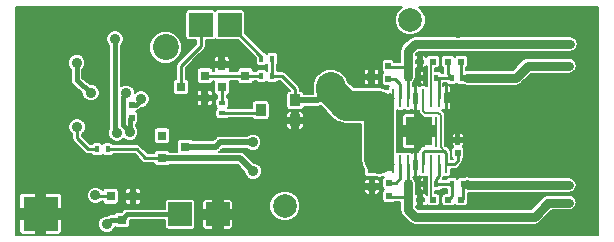
<source format=gbl>
G04 #@! TF.FileFunction,Copper,L2,Bot,Signal*
%FSLAX46Y46*%
G04 Gerber Fmt 4.6, Leading zero omitted, Abs format (unit mm)*
G04 Created by KiCad (PCBNEW 0.201506222246+5806~23~ubuntu14.10.1-product) date Thu 09 Jul 2015 02:08:12 PM CDT*
%MOMM*%
G01*
G04 APERTURE LIST*
%ADD10C,0.100000*%
%ADD11R,3.000000X3.000000*%
%ADD12R,2.000000X2.000000*%
%ADD13C,2.000000*%
%ADD14R,0.500000X0.600000*%
%ADD15R,0.600000X0.500000*%
%ADD16R,0.750000X0.800000*%
%ADD17R,0.800100X0.800100*%
%ADD18R,0.400000X0.600000*%
%ADD19R,0.600000X0.400000*%
%ADD20R,0.900000X1.000000*%
%ADD21R,0.900000X1.100000*%
%ADD22R,0.250000X1.550000*%
%ADD23R,2.310000X2.460000*%
%ADD24C,2.500000*%
%ADD25C,2.200000*%
%ADD26C,0.900000*%
%ADD27C,0.720000*%
%ADD28C,0.254000*%
%ADD29C,0.160000*%
%ADD30C,0.250000*%
%ADD31C,0.153000*%
%ADD32C,0.508000*%
%ADD33C,0.400000*%
%ADD34C,2.500000*%
%ADD35C,0.762000*%
%ADD36C,0.180000*%
G04 APERTURE END LIST*
D10*
D11*
X105850000Y-106700000D03*
D12*
X119400000Y-90700000D03*
X120850000Y-106750000D03*
D13*
X126519940Y-106047540D03*
D14*
X113550000Y-97450000D03*
X113550000Y-98550000D03*
D15*
X141453960Y-93812360D03*
X140353960Y-93812360D03*
D14*
X135265160Y-95276760D03*
X135265160Y-94176760D03*
D16*
X133918960Y-104417560D03*
X133918960Y-102917560D03*
D15*
X139066360Y-93812360D03*
X137966360Y-93812360D03*
D14*
X141183360Y-101550560D03*
X141183360Y-100450560D03*
D15*
X137991760Y-105521760D03*
X139091760Y-105521760D03*
D16*
X133868160Y-95119760D03*
X133868160Y-96619760D03*
D14*
X135341360Y-105182760D03*
X135341360Y-104082760D03*
D15*
X141479360Y-105521760D03*
X140379360Y-105521760D03*
D17*
X116108480Y-101981040D03*
X116108480Y-100081040D03*
X118107460Y-101031040D03*
X111772660Y-105232200D03*
X113672660Y-105232200D03*
X112722660Y-107231180D03*
X121199240Y-95950000D03*
X121199240Y-94050000D03*
X123198220Y-95000000D03*
X119750760Y-95000000D03*
X119750760Y-96900000D03*
X117751780Y-95950000D03*
D18*
X141557160Y-95183960D03*
X140657160Y-95183960D03*
X139347360Y-95183960D03*
X138447360Y-95183960D03*
X141582560Y-104175560D03*
X140682560Y-104175560D03*
X139347360Y-104175560D03*
X138447360Y-104175560D03*
X110639440Y-101244400D03*
X111539440Y-101244400D03*
D19*
X121250000Y-97300000D03*
X121250000Y-98200000D03*
D18*
X124550000Y-93600000D03*
X125450000Y-93600000D03*
X124550000Y-95050000D03*
X125450000Y-95050000D03*
D20*
X127400000Y-97100000D03*
D21*
X124500000Y-97950000D03*
D20*
X127400000Y-98800000D03*
D22*
X135647000Y-96900080D03*
X136297000Y-96900080D03*
X136947000Y-96900080D03*
X137597000Y-96900080D03*
X138247000Y-96900080D03*
X138897000Y-96900080D03*
X139547000Y-96900080D03*
X140197000Y-96890080D03*
X140197000Y-102500080D03*
X139547000Y-102500080D03*
X138897000Y-102500080D03*
X138247000Y-102500080D03*
X137597000Y-102500080D03*
X136947000Y-102500080D03*
X136297000Y-102500080D03*
X135647000Y-102500080D03*
D23*
X137922000Y-99700080D03*
D24*
X130426460Y-95996760D03*
D25*
X116431060Y-92618560D03*
D13*
X137160000Y-90312240D03*
D12*
X121850000Y-90700000D03*
X117650000Y-106750000D03*
D26*
X108950000Y-99350000D03*
D27*
X111125000Y-100393500D03*
X110363000Y-100393500D03*
X111125000Y-99631500D03*
X110363000Y-99631500D03*
X141224000Y-91440000D03*
X115316000Y-96266000D03*
X118618000Y-94996000D03*
X116332000Y-96266000D03*
X117856000Y-97282000D03*
X117856000Y-98044000D03*
X118618000Y-98044000D03*
X118618000Y-97282000D03*
X118872000Y-96012000D03*
X119888000Y-96012000D03*
X104902000Y-99822000D03*
X104902000Y-100584000D03*
X104902000Y-101346000D03*
X104902000Y-102108000D03*
X104902000Y-102870000D03*
X108712000Y-103378000D03*
X107696000Y-102362000D03*
X107696000Y-103378000D03*
X107696000Y-104394000D03*
X119126000Y-105410000D03*
X117602000Y-105156000D03*
X116586000Y-103886000D03*
X113792000Y-102362000D03*
X113030000Y-102362000D03*
X112268000Y-102362000D03*
X111506000Y-102362000D03*
X110998000Y-91948000D03*
X109982000Y-91948000D03*
X108966000Y-91948000D03*
X108712000Y-90678000D03*
X108712000Y-89662000D03*
X107442000Y-93472000D03*
X107188000Y-94488000D03*
X107442000Y-96266000D03*
X107188000Y-97282000D03*
X107950000Y-98298000D03*
X109474000Y-98298000D03*
X134874000Y-91186000D03*
X134112000Y-91186000D03*
X133350000Y-91186000D03*
X132588000Y-91186000D03*
X131826000Y-91186000D03*
X131826000Y-90424000D03*
X132588000Y-90424000D03*
X133350000Y-90424000D03*
X134112000Y-90424000D03*
X134874000Y-90424000D03*
X108204000Y-107950000D03*
X108966000Y-107950000D03*
X109728000Y-107950000D03*
X110490000Y-107950000D03*
X113792000Y-107950000D03*
X114554000Y-107950000D03*
X115316000Y-107950000D03*
X116078000Y-107950000D03*
X119380000Y-107950000D03*
X122428000Y-107950000D03*
X123190000Y-107950000D03*
X123952000Y-107950000D03*
X124714000Y-107950000D03*
X146304000Y-89662000D03*
X145542000Y-89662000D03*
X144780000Y-89662000D03*
X144018000Y-89662000D03*
X143256000Y-89662000D03*
X142494000Y-89662000D03*
X141732000Y-89662000D03*
X140970000Y-89662000D03*
X140208000Y-89662000D03*
X139446000Y-89662000D03*
X138684000Y-89662000D03*
X147066000Y-89662000D03*
X147828000Y-89662000D03*
X148590000Y-89662000D03*
X149352000Y-89662000D03*
X150114000Y-89662000D03*
X150876000Y-89662000D03*
X151638000Y-89662000D03*
X152400000Y-89662000D03*
X152400000Y-90424000D03*
X152400000Y-91186000D03*
X152400000Y-91948000D03*
X152400000Y-92710000D03*
X152400000Y-93472000D03*
X152400000Y-94234000D03*
X152400000Y-94996000D03*
X152400000Y-98806000D03*
X152400000Y-99568000D03*
X152400000Y-100330000D03*
X152400000Y-101092000D03*
X152400000Y-101854000D03*
X152400000Y-102616000D03*
X152400000Y-103378000D03*
X152400000Y-104140000D03*
X152400000Y-104902000D03*
X152400000Y-105664000D03*
X152400000Y-106426000D03*
X152400000Y-107188000D03*
X152400000Y-107950000D03*
X151638000Y-107950000D03*
X147574000Y-107950000D03*
X146812000Y-107950000D03*
X146050000Y-107950000D03*
X145288000Y-107950000D03*
X144526000Y-107950000D03*
X143764000Y-107950000D03*
X143002000Y-107950000D03*
X142240000Y-107950000D03*
X141478000Y-107950000D03*
X140716000Y-107950000D03*
X139954000Y-107950000D03*
X139192000Y-107950000D03*
X138430000Y-107950000D03*
X137668000Y-107950000D03*
X136906000Y-107950000D03*
X136144000Y-107950000D03*
X135382000Y-107950000D03*
X134620000Y-107950000D03*
X133858000Y-107950000D03*
X133096000Y-107950000D03*
X132334000Y-107950000D03*
X131572000Y-107950000D03*
X130810000Y-107950000D03*
X130048000Y-107950000D03*
X129286000Y-107950000D03*
X128524000Y-107950000D03*
X125730000Y-89662000D03*
X126492000Y-89662000D03*
X127254000Y-89662000D03*
X128016000Y-89662000D03*
X128778000Y-89662000D03*
X129540000Y-89662000D03*
X130302000Y-89662000D03*
X131064000Y-89662000D03*
X131826000Y-89662000D03*
X132588000Y-89662000D03*
X133350000Y-89662000D03*
X134112000Y-89662000D03*
X134874000Y-89662000D03*
X135636000Y-89662000D03*
X126238000Y-107950000D03*
X125476000Y-107950000D03*
X127762000Y-107950000D03*
X127000000Y-107950000D03*
X127000000Y-94488000D03*
X126492000Y-93726000D03*
X126492000Y-92964000D03*
X126492000Y-92202000D03*
X125730000Y-92202000D03*
X125730000Y-91440000D03*
X126492000Y-91440000D03*
X126492000Y-90678000D03*
X125730000Y-90678000D03*
X128270000Y-106934000D03*
X128270000Y-105918000D03*
X127762000Y-104648000D03*
X125730000Y-104394000D03*
X124968000Y-104394000D03*
X124968000Y-105156000D03*
X124968000Y-106934000D03*
X146812000Y-105918000D03*
X146050000Y-105918000D03*
X145288000Y-105918000D03*
X144526000Y-105918000D03*
X143764000Y-105918000D03*
X143002000Y-105918000D03*
X147320000Y-100838000D03*
X147320000Y-101600000D03*
X146558000Y-101600000D03*
X146558000Y-100838000D03*
X145796000Y-101600000D03*
X104140000Y-104394000D03*
X104140000Y-103632000D03*
X104140000Y-102870000D03*
X104140000Y-102108000D03*
X104140000Y-101346000D03*
X104140000Y-100584000D03*
X104140000Y-99822000D03*
X104140000Y-99060000D03*
X104140000Y-98298000D03*
X104140000Y-97536000D03*
X104140000Y-96774000D03*
X104140000Y-96012000D03*
X104140000Y-95250000D03*
X104140000Y-94488000D03*
X104140000Y-93726000D03*
X137220960Y-100467160D03*
X138592560Y-100416360D03*
X137246360Y-98993960D03*
X137922000Y-99700080D03*
X138592560Y-98993960D03*
D26*
X123800000Y-100650000D03*
X114350000Y-97000000D03*
X113400000Y-99800000D03*
X113100000Y-96500000D03*
D27*
X149743160Y-94167960D03*
X148955760Y-94167960D03*
X150581360Y-94167960D03*
X149768560Y-92313760D03*
X150632160Y-92339160D03*
X148930360Y-92339160D03*
X150555960Y-105750360D03*
X149717760Y-105750360D03*
X148854160Y-105775760D03*
X149717760Y-104277160D03*
X150555960Y-104277160D03*
X148828760Y-104277160D03*
D26*
X123850000Y-103100000D03*
X112150000Y-91900000D03*
X112300000Y-99850000D03*
X108900000Y-93900000D03*
X110100000Y-96450000D03*
X111450000Y-107600000D03*
X110500000Y-105150000D03*
D28*
X108950000Y-99350000D02*
X108950000Y-100300000D01*
X109894400Y-101244400D02*
X110639440Y-101244400D01*
X108950000Y-100300000D02*
X109894400Y-101244400D01*
D29*
X110363000Y-100393500D02*
X111125000Y-100393500D01*
X111125000Y-99631500D02*
X110363000Y-99631500D01*
X118872000Y-96012000D02*
X118618000Y-95758000D01*
X118618000Y-95758000D02*
X118618000Y-94996000D01*
X116332000Y-96266000D02*
X116840000Y-96774000D01*
X116840000Y-96774000D02*
X117348000Y-96774000D01*
X117348000Y-96774000D02*
X117856000Y-97282000D01*
X117856000Y-98044000D02*
X118618000Y-98044000D01*
X118618000Y-97282000D02*
X118618000Y-96266000D01*
X118618000Y-96266000D02*
X118872000Y-96012000D01*
X119888000Y-96012000D02*
X119888000Y-96762760D01*
X119888000Y-96762760D02*
X119750760Y-96900000D01*
X104140000Y-102870000D02*
X104902000Y-102870000D01*
X104902000Y-100584000D02*
X104902000Y-99822000D01*
X104902000Y-102108000D02*
X104902000Y-101346000D01*
X104140000Y-104394000D02*
X107696000Y-104394000D01*
X107696000Y-103378000D02*
X107696000Y-102362000D01*
X119126000Y-105410000D02*
X117856000Y-105410000D01*
X117856000Y-105410000D02*
X117602000Y-105156000D01*
X116586000Y-103886000D02*
X116078000Y-103886000D01*
X116078000Y-103886000D02*
X116078000Y-103632000D01*
X116078000Y-103632000D02*
X115570000Y-103124000D01*
X115570000Y-103124000D02*
X115062000Y-102616000D01*
X115062000Y-102616000D02*
X114046000Y-102616000D01*
X114046000Y-102616000D02*
X113792000Y-102362000D01*
X113030000Y-102362000D02*
X112268000Y-102362000D01*
X110998000Y-91948000D02*
X109982000Y-91948000D01*
X108966000Y-91948000D02*
X108966000Y-90932000D01*
X108966000Y-90932000D02*
X108712000Y-90678000D01*
X108712000Y-89662000D02*
X108458000Y-89662000D01*
X108458000Y-89662000D02*
X108204000Y-89662000D01*
X108204000Y-89662000D02*
X108204000Y-92710000D01*
X108204000Y-92710000D02*
X107442000Y-93472000D01*
X107188000Y-94488000D02*
X107188000Y-96012000D01*
X107188000Y-96012000D02*
X107442000Y-96266000D01*
X107188000Y-97282000D02*
X107188000Y-97536000D01*
X107188000Y-97536000D02*
X107950000Y-98298000D01*
X134112000Y-91186000D02*
X134874000Y-91186000D01*
X132588000Y-91186000D02*
X133350000Y-91186000D01*
X131826000Y-90424000D02*
X131826000Y-91186000D01*
X133350000Y-90424000D02*
X132588000Y-90424000D01*
X134874000Y-90424000D02*
X134112000Y-90424000D01*
X125730000Y-89662000D02*
X125730000Y-90678000D01*
X107100000Y-106426000D02*
X108204000Y-107950000D01*
X108966000Y-107950000D02*
X109728000Y-107950000D01*
X110490000Y-107950000D02*
X110490000Y-108204000D01*
X110490000Y-108204000D02*
X110744000Y-108204000D01*
X110744000Y-108204000D02*
X110744000Y-108458000D01*
X110744000Y-108458000D02*
X113284000Y-108458000D01*
X113284000Y-108458000D02*
X113792000Y-107950000D01*
X114554000Y-107950000D02*
X115316000Y-107950000D01*
X116078000Y-107950000D02*
X116078000Y-108458000D01*
X116078000Y-108458000D02*
X118872000Y-108458000D01*
X118872000Y-108458000D02*
X119380000Y-107950000D01*
X122428000Y-107950000D02*
X123190000Y-107950000D01*
X123952000Y-107950000D02*
X124714000Y-107950000D01*
X145542000Y-89662000D02*
X144780000Y-89662000D01*
X144018000Y-89662000D02*
X143256000Y-89662000D01*
X142494000Y-89662000D02*
X141732000Y-89662000D01*
X140970000Y-89662000D02*
X140208000Y-89662000D01*
X139446000Y-89662000D02*
X138684000Y-89662000D01*
X148590000Y-89662000D02*
X147828000Y-89662000D01*
X150114000Y-89662000D02*
X149352000Y-89662000D01*
X151638000Y-89662000D02*
X150876000Y-89662000D01*
X152400000Y-90424000D02*
X152400000Y-89662000D01*
X152400000Y-91948000D02*
X152400000Y-91186000D01*
X152400000Y-93472000D02*
X152400000Y-92710000D01*
X152400000Y-94996000D02*
X152400000Y-94234000D01*
X152400000Y-99568000D02*
X152400000Y-98806000D01*
X152400000Y-101092000D02*
X152400000Y-100330000D01*
X152400000Y-102616000D02*
X152400000Y-101854000D01*
X152400000Y-104140000D02*
X152400000Y-103378000D01*
X152400000Y-105664000D02*
X152400000Y-104902000D01*
D30*
X152400000Y-107188000D02*
X152400000Y-106426000D01*
X151638000Y-107950000D02*
X152400000Y-107950000D01*
D29*
X146812000Y-107950000D02*
X147574000Y-107950000D01*
X145288000Y-107950000D02*
X146050000Y-107950000D01*
X143764000Y-107950000D02*
X144526000Y-107950000D01*
X142240000Y-107950000D02*
X143002000Y-107950000D01*
X140716000Y-107950000D02*
X141478000Y-107950000D01*
X139192000Y-107950000D02*
X139954000Y-107950000D01*
X137668000Y-107950000D02*
X138430000Y-107950000D01*
X136144000Y-107950000D02*
X136906000Y-107950000D01*
X134620000Y-107950000D02*
X135382000Y-107950000D01*
X133096000Y-107950000D02*
X133858000Y-107950000D01*
X131572000Y-107950000D02*
X132334000Y-107950000D01*
X130048000Y-107950000D02*
X130810000Y-107950000D01*
X128524000Y-107950000D02*
X129286000Y-107950000D01*
X147066000Y-89662000D02*
X146304000Y-89662000D01*
X126492000Y-89662000D02*
X125730000Y-89662000D01*
X128016000Y-89662000D02*
X127254000Y-89662000D01*
X129540000Y-89662000D02*
X128778000Y-89662000D01*
X131064000Y-89662000D02*
X130302000Y-89662000D01*
X132588000Y-89662000D02*
X131826000Y-89662000D01*
X134112000Y-89662000D02*
X133350000Y-89662000D01*
X135636000Y-89662000D02*
X134874000Y-89662000D01*
X125476000Y-107950000D02*
X126238000Y-107950000D01*
X127000000Y-107950000D02*
X127762000Y-107950000D01*
X126492000Y-93980000D02*
X127000000Y-94488000D01*
X126492000Y-93726000D02*
X126492000Y-93980000D01*
X126492000Y-92202000D02*
X126492000Y-92964000D01*
X125730000Y-91440000D02*
X125730000Y-92202000D01*
X126492000Y-90678000D02*
X126492000Y-91440000D01*
X127762000Y-105410000D02*
X128270000Y-105918000D01*
X127762000Y-104648000D02*
X127762000Y-105410000D01*
X124968000Y-104394000D02*
X125730000Y-104394000D01*
X124968000Y-106934000D02*
X124968000Y-105156000D01*
X146812000Y-105918000D02*
X146050000Y-105918000D01*
X145288000Y-105918000D02*
X144526000Y-105918000D01*
X143764000Y-105918000D02*
X143002000Y-105918000D01*
X147320000Y-100838000D02*
X147320000Y-101600000D01*
X146558000Y-101600000D02*
X146558000Y-100838000D01*
X104140000Y-104394000D02*
X104140000Y-103632000D01*
X104140000Y-102870000D02*
X104140000Y-102108000D01*
X104140000Y-101346000D02*
X104140000Y-100584000D01*
X104140000Y-99822000D02*
X104140000Y-99060000D01*
X104140000Y-98298000D02*
X104140000Y-97536000D01*
X104140000Y-96774000D02*
X104140000Y-96012000D01*
X104140000Y-95250000D02*
X104140000Y-94488000D01*
X105850000Y-106700000D02*
X107100000Y-106426000D01*
D31*
X137220960Y-100467160D02*
X137220960Y-100401120D01*
X138592560Y-100416360D02*
X138592560Y-100370640D01*
X137246360Y-98993960D02*
X137246360Y-99024440D01*
X138592560Y-99029520D02*
X137922000Y-99700080D01*
X138592560Y-98993960D02*
X138592560Y-99029520D01*
D32*
X118107460Y-101031040D02*
X120668960Y-101031040D01*
X121050000Y-100650000D02*
X123800000Y-100650000D01*
X120668960Y-101031040D02*
X121050000Y-100650000D01*
D33*
X113900000Y-97450000D02*
X113550000Y-97450000D01*
X114350000Y-97000000D02*
X113900000Y-97450000D01*
D28*
X135647000Y-102500080D02*
X135509000Y-102638080D01*
X135369300Y-102933500D02*
X134528560Y-102092760D01*
X135509000Y-102933500D02*
X135369300Y-102933500D01*
X135509000Y-102638080D02*
X135509000Y-102933500D01*
X135647000Y-96900080D02*
X135445500Y-96698580D01*
X135318500Y-96781620D02*
X134528560Y-97571560D01*
X135318500Y-96520000D02*
X135318500Y-96781620D01*
X135445500Y-96520000D02*
X135318500Y-96520000D01*
X135445500Y-96698580D02*
X135445500Y-96520000D01*
X125450000Y-95050000D02*
X125450000Y-93600000D01*
X127400000Y-97100000D02*
X127400000Y-96150000D01*
X126300000Y-95050000D02*
X125450000Y-95050000D01*
X127400000Y-96150000D02*
X126300000Y-95050000D01*
D32*
X130426460Y-95996760D02*
X129323220Y-97100000D01*
X129323220Y-97100000D02*
X127400000Y-97100000D01*
D28*
X133918960Y-102917560D02*
X133918960Y-102702360D01*
X133918960Y-102702360D02*
X134528560Y-102092760D01*
D34*
X134528560Y-102092760D02*
X134528560Y-97952560D01*
D28*
X133868160Y-96619760D02*
X133868160Y-96911160D01*
X133868160Y-96911160D02*
X134528560Y-97571560D01*
X135647000Y-96900080D02*
X135581040Y-96900080D01*
X135581040Y-96900080D02*
X134528560Y-97952560D01*
D34*
X130426460Y-95996760D02*
X130426460Y-96238060D01*
X130426460Y-96238060D02*
X131734560Y-97546160D01*
X131734560Y-97546160D02*
X134503160Y-97546160D01*
X134503160Y-97546160D02*
X134528560Y-97571560D01*
X134528560Y-97571560D02*
X134528560Y-97952560D01*
D28*
X135647000Y-102500080D02*
X135647000Y-102500000D01*
D33*
X113550000Y-98550000D02*
X113400000Y-98700000D01*
X113400000Y-98700000D02*
X113400000Y-99800000D01*
X112800000Y-96800000D02*
X113100000Y-96500000D01*
X112800000Y-99200000D02*
X112800000Y-96800000D01*
X113400000Y-99800000D02*
X112800000Y-99200000D01*
X113100000Y-96500000D02*
X113100000Y-96550000D01*
D35*
X148955760Y-94167960D02*
X149743160Y-94167960D01*
X149743160Y-94167960D02*
X150581360Y-94167960D01*
X146085560Y-95183960D02*
X147101560Y-94167960D01*
X147101560Y-94167960D02*
X148955760Y-94167960D01*
X141996160Y-95183960D02*
X146085560Y-95183960D01*
D28*
X141557160Y-95183960D02*
X141996160Y-95183960D01*
X141996160Y-95183960D02*
X142021560Y-95183960D01*
X141557160Y-95183960D02*
X141453960Y-95080760D01*
X141453960Y-95080760D02*
X141453960Y-93812360D01*
X139347360Y-95183960D02*
X139547000Y-95383600D01*
X139547000Y-95383600D02*
X139547000Y-96900080D01*
X140657160Y-95183960D02*
X139347360Y-95183960D01*
X140657160Y-95183960D02*
X140353960Y-94880760D01*
X140353960Y-94880760D02*
X140353960Y-93812360D01*
X136297000Y-96900080D02*
X136297000Y-95682400D01*
X135891360Y-95276760D02*
X135265160Y-95276760D01*
X136297000Y-95682400D02*
X135891360Y-95276760D01*
D35*
X149768560Y-92313760D02*
X149768560Y-92339160D01*
X148930360Y-92339160D02*
X149768560Y-92339160D01*
X149768560Y-92339160D02*
X150632160Y-92339160D01*
X150632160Y-92339160D02*
X150682960Y-92339160D01*
X136947000Y-94294960D02*
X136947000Y-92917920D01*
X137525760Y-92339160D02*
X148930360Y-92339160D01*
X136947000Y-92917920D02*
X137525760Y-92339160D01*
D28*
X135265160Y-94176760D02*
X135383360Y-94294960D01*
X135383360Y-94294960D02*
X136947000Y-94294960D01*
D35*
X136947000Y-95113200D02*
X136947000Y-94294960D01*
D28*
X136947000Y-96900080D02*
X136947000Y-95113200D01*
D29*
X138897000Y-96900080D02*
X138897360Y-96899720D01*
X138897360Y-96899720D02*
X138897360Y-93981360D01*
X138897360Y-93981360D02*
X139066360Y-93812360D01*
X138897000Y-102500080D02*
X138897000Y-105327000D01*
X138897000Y-105327000D02*
X139091760Y-105521760D01*
D35*
X148854160Y-105775760D02*
X148879560Y-105750360D01*
X148879560Y-105750360D02*
X150555960Y-105750360D01*
X147685760Y-106944160D02*
X148854160Y-105775760D01*
X136947000Y-106365400D02*
X137525760Y-106944160D01*
X137525760Y-106944160D02*
X147685760Y-106944160D01*
X136947000Y-105318560D02*
X136947000Y-106365400D01*
D28*
X135341360Y-105182760D02*
X135477160Y-105318560D01*
X135477160Y-105318560D02*
X136947000Y-105318560D01*
D35*
X136947000Y-104068520D02*
X136947000Y-105318560D01*
D28*
X136947000Y-102500080D02*
X136947000Y-104068520D01*
X136297000Y-102500080D02*
X136297000Y-103702520D01*
X135916760Y-104082760D02*
X135341360Y-104082760D01*
X136297000Y-103702520D02*
X135916760Y-104082760D01*
X135561160Y-104082760D02*
X135341360Y-104082760D01*
D35*
X150555960Y-104277160D02*
X149717760Y-104277160D01*
X148828760Y-104277160D02*
X149717760Y-104277160D01*
X150555960Y-104277160D02*
X150581360Y-104277160D01*
X142021560Y-104277160D02*
X148828760Y-104277160D01*
X141919960Y-104175560D02*
X142021560Y-104277160D01*
D28*
X141582560Y-104175560D02*
X141919960Y-104175560D01*
X141919960Y-104175560D02*
X141996160Y-104175560D01*
X141582560Y-104175560D02*
X141582560Y-105418560D01*
X141582560Y-105418560D02*
X141479360Y-105521760D01*
X140379360Y-105521760D02*
X140682560Y-105218560D01*
X140682560Y-105218560D02*
X140682560Y-104175560D01*
X140682560Y-104175560D02*
X139347360Y-104175560D01*
X139347360Y-104175560D02*
X139347360Y-103725560D01*
X139547000Y-103525920D02*
X139547000Y-102500080D01*
X139347360Y-103725560D02*
X139547000Y-103525920D01*
D32*
X116108480Y-101981040D02*
X116127440Y-102000000D01*
X116127440Y-102000000D02*
X122750000Y-102000000D01*
X122750000Y-102000000D02*
X123850000Y-103100000D01*
D28*
X111539440Y-101244400D02*
X113994400Y-101244400D01*
X114731040Y-101981040D02*
X116108480Y-101981040D01*
X113994400Y-101244400D02*
X114731040Y-101981040D01*
D33*
X112150000Y-99700000D02*
X112150000Y-91900000D01*
X112300000Y-99850000D02*
X112150000Y-99700000D01*
X108900000Y-95400000D02*
X108900000Y-93900000D01*
X110100000Y-96450000D02*
X108900000Y-95400000D01*
X112722660Y-107231180D02*
X113203840Y-106750000D01*
X113203840Y-106750000D02*
X117650000Y-106750000D01*
X111818820Y-107231180D02*
X112722660Y-107231180D01*
X111450000Y-107600000D02*
X111818820Y-107231180D01*
D28*
X110582200Y-105232200D02*
X111772660Y-105232200D01*
X110500000Y-105150000D02*
X110582200Y-105232200D01*
X123198220Y-95000000D02*
X119750760Y-95000000D01*
X124550000Y-95050000D02*
X123248220Y-95050000D01*
X123248220Y-95050000D02*
X123198220Y-95000000D01*
X121250000Y-97300000D02*
X121199240Y-97249240D01*
X121199240Y-97249240D02*
X121199240Y-95950000D01*
X117751780Y-95950000D02*
X117751780Y-94148220D01*
X119400000Y-92500000D02*
X119400000Y-90700000D01*
X117751780Y-94148220D02*
X119400000Y-92500000D01*
X124500000Y-97950000D02*
X124250000Y-98200000D01*
X124250000Y-98200000D02*
X121250000Y-98200000D01*
X124550000Y-93600000D02*
X124550000Y-93400000D01*
X124550000Y-93400000D02*
X121850000Y-90700000D01*
D31*
X138247000Y-96900080D02*
X138262360Y-96915440D01*
X138262360Y-96915440D02*
X138262360Y-97977960D01*
X138262360Y-97977960D02*
X138414760Y-98130360D01*
X138414760Y-98130360D02*
X139506960Y-98130360D01*
X139506960Y-98130360D02*
X139735560Y-98358960D01*
X139735560Y-98358960D02*
X139735560Y-101076760D01*
X139735560Y-101076760D02*
X140040360Y-101381560D01*
D28*
X140197000Y-102500080D02*
X140877640Y-102500080D01*
X141183360Y-102194360D02*
X141183360Y-101550560D01*
X140877640Y-102500080D02*
X141183360Y-102194360D01*
D30*
X138247000Y-102500080D02*
X138247000Y-101498520D01*
X140197000Y-101538200D02*
X140197000Y-102500080D01*
X140040360Y-101381560D02*
X140197000Y-101538200D01*
X138363960Y-101381560D02*
X140040360Y-101381560D01*
X138247000Y-101498520D02*
X138363960Y-101381560D01*
D36*
G36*
X136430228Y-89217993D02*
X136067029Y-89580559D01*
X135870224Y-90054517D01*
X135869776Y-90567711D01*
X136065753Y-91042012D01*
X136428319Y-91405211D01*
X136902277Y-91602016D01*
X137415471Y-91602464D01*
X137889772Y-91406487D01*
X138252971Y-91043921D01*
X138449776Y-90569963D01*
X138450224Y-90056769D01*
X138254247Y-89582468D01*
X137891681Y-89219269D01*
X137849852Y-89201900D01*
X153063300Y-89201900D01*
X153063300Y-108511700D01*
X103743400Y-108511700D01*
X103743400Y-107110000D01*
X104132500Y-107110000D01*
X104060000Y-107182500D01*
X104060000Y-108257684D01*
X104104150Y-108364272D01*
X104185728Y-108445850D01*
X104292315Y-108490000D01*
X105367500Y-108490000D01*
X105440000Y-108417500D01*
X105440000Y-107110000D01*
X106260000Y-107110000D01*
X105440000Y-107110000D01*
X105440000Y-107110000D01*
X106260000Y-107110000D01*
X106260000Y-108417500D01*
X106332500Y-108490000D01*
X107407685Y-108490000D01*
X107514272Y-108445850D01*
X107595850Y-108364272D01*
X107640000Y-108257684D01*
X107640000Y-107182500D01*
X107567500Y-107110000D01*
X106260000Y-107110000D01*
X105440000Y-107110000D01*
X105440000Y-107110000D01*
X104132500Y-107110000D01*
X103743400Y-107110000D01*
X103743400Y-106297299D01*
X113016325Y-106297299D01*
X112857357Y-106403518D01*
X112725426Y-106535449D01*
X112322610Y-106535449D01*
X112212034Y-106556903D01*
X112114848Y-106620744D01*
X112049792Y-106717121D01*
X112044967Y-106741180D01*
X111818820Y-106741180D01*
X111637172Y-106777312D01*
X111631305Y-106778479D01*
X111509224Y-106860052D01*
X111303451Y-106859872D01*
X111031372Y-106972293D01*
X110823025Y-107180277D01*
X110710129Y-107452159D01*
X110709872Y-107746549D01*
X110822293Y-108018628D01*
X111030277Y-108226975D01*
X111302159Y-108339871D01*
X111596549Y-108340128D01*
X111868628Y-108227707D01*
X112076975Y-108019723D01*
X112143309Y-107859975D01*
X112208601Y-107904048D01*
X112322610Y-107926911D01*
X113122710Y-107926911D01*
X113233286Y-107905457D01*
X113330472Y-107841616D01*
X113395528Y-107745239D01*
X113418391Y-107631230D01*
X113418391Y-107240000D01*
X116354319Y-107240000D01*
X116354319Y-107750000D01*
X116375773Y-107860576D01*
X116439614Y-107957762D01*
X116535991Y-108022818D01*
X116650000Y-108045681D01*
X118650000Y-108045681D01*
X118760576Y-108024227D01*
X118857762Y-107960386D01*
X118922818Y-107864009D01*
X118945681Y-107750000D01*
X118945681Y-107160000D01*
X119632500Y-107160000D01*
X119560000Y-107232500D01*
X119560000Y-107807684D01*
X119604150Y-107914272D01*
X119685728Y-107995850D01*
X119792315Y-108040000D01*
X120367500Y-108040000D01*
X120440000Y-107967500D01*
X120440000Y-107160000D01*
X121260000Y-107160000D01*
X120440000Y-107160000D01*
X120440000Y-107160000D01*
X121260000Y-107160000D01*
X121260000Y-107967500D01*
X121332500Y-108040000D01*
X121907685Y-108040000D01*
X122014272Y-107995850D01*
X122095850Y-107914272D01*
X122140000Y-107807684D01*
X122140000Y-107232500D01*
X122067500Y-107160000D01*
X121260000Y-107160000D01*
X120440000Y-107160000D01*
X120440000Y-107160000D01*
X119632500Y-107160000D01*
X118945681Y-107160000D01*
X118945681Y-106777312D01*
X125425693Y-106777312D01*
X125788259Y-107140511D01*
X126262217Y-107337316D01*
X126775411Y-107337764D01*
X127249712Y-107141787D01*
X127612911Y-106779221D01*
X127809716Y-106305263D01*
X127810164Y-105792069D01*
X127614187Y-105317768D01*
X127251621Y-104954569D01*
X126777663Y-104757764D01*
X126264469Y-104757316D01*
X125790168Y-104953293D01*
X114362710Y-104953293D01*
X114362710Y-104774466D01*
X114318560Y-104667878D01*
X114268242Y-104617560D01*
X133326460Y-104617560D01*
X133253960Y-104690060D01*
X133253960Y-104875245D01*
X133298110Y-104981832D01*
X133379688Y-105063410D01*
X133486276Y-105107560D01*
X133658960Y-105107560D01*
X133731460Y-105035060D01*
X133731460Y-104617560D01*
X134106460Y-104617560D01*
X134106460Y-105035060D01*
X134178960Y-105107560D01*
X134351644Y-105107560D01*
X134458232Y-105063410D01*
X134539810Y-104981832D01*
X134583960Y-104875245D01*
X134583960Y-104690060D01*
X134511460Y-104617560D01*
X134106460Y-104617560D01*
X133731460Y-104617560D01*
X133731460Y-104617560D01*
X133326460Y-104617560D01*
X114268242Y-104617560D01*
X114236982Y-104586300D01*
X114130395Y-104542150D01*
X113945185Y-104542150D01*
X113872685Y-104614650D01*
X113872685Y-105032175D01*
X114290210Y-105032175D01*
X114362710Y-104959675D01*
X114362710Y-104953293D01*
X125790168Y-104953293D01*
X114362710Y-104953293D01*
X114362710Y-104953293D01*
X125790168Y-104953293D01*
X125426969Y-105315859D01*
X112468391Y-105315859D01*
X112468391Y-104832150D01*
X112446937Y-104721574D01*
X112383096Y-104624388D01*
X112286719Y-104559332D01*
X112201039Y-104542150D01*
X113214925Y-104542150D01*
X113108338Y-104586300D01*
X113026760Y-104667878D01*
X112982610Y-104774466D01*
X112982610Y-104959675D01*
X113055110Y-105032175D01*
X113472635Y-105032175D01*
X113472635Y-104614650D01*
X113400135Y-104542150D01*
X113214925Y-104542150D01*
X112201039Y-104542150D01*
X112172710Y-104536469D01*
X111372610Y-104536469D01*
X111262034Y-104557923D01*
X111164848Y-104621764D01*
X111105725Y-104709352D01*
X110919723Y-104523025D01*
X110647841Y-104410129D01*
X110353451Y-104409872D01*
X110081372Y-104522293D01*
X109873025Y-104730277D01*
X109760129Y-105002159D01*
X109759872Y-105296549D01*
X109872293Y-105568628D01*
X110080277Y-105776975D01*
X110352159Y-105889871D01*
X110646549Y-105890128D01*
X110918628Y-105777707D01*
X111047359Y-105649200D01*
X111080218Y-105649200D01*
X111098383Y-105742826D01*
X111162224Y-105840012D01*
X111258601Y-105905068D01*
X111372610Y-105927931D01*
X112172710Y-105927931D01*
X112283286Y-105906477D01*
X112380472Y-105842636D01*
X112445528Y-105746259D01*
X112468391Y-105632250D01*
X112468391Y-105432225D01*
X113055110Y-105432225D01*
X112982610Y-105504725D01*
X112982610Y-105689934D01*
X113026760Y-105796522D01*
X113108338Y-105878100D01*
X113214925Y-105922250D01*
X113400135Y-105922250D01*
X113472635Y-105849750D01*
X113472635Y-105432225D01*
X113055110Y-105432225D01*
X112468391Y-105432225D01*
X112468391Y-105315859D01*
X125426969Y-105315859D01*
X112468391Y-105315859D01*
X112468391Y-105315859D01*
X125426969Y-105315859D01*
X125230164Y-105789817D01*
X122140000Y-105789817D01*
X122140000Y-105692316D01*
X122095850Y-105585728D01*
X122014272Y-105504150D01*
X121907685Y-105460000D01*
X121332500Y-105460000D01*
X121260000Y-105532500D01*
X121260000Y-106340000D01*
X122067500Y-106340000D01*
X122140000Y-106267500D01*
X122140000Y-105789817D01*
X125230164Y-105789817D01*
X122140000Y-105789817D01*
X122140000Y-105789817D01*
X125230164Y-105789817D01*
X125229716Y-106303011D01*
X125425693Y-106777312D01*
X118945681Y-106777312D01*
X118945681Y-105750000D01*
X118924227Y-105639424D01*
X118860386Y-105542238D01*
X118764009Y-105477182D01*
X118678329Y-105460000D01*
X119792315Y-105460000D01*
X119685728Y-105504150D01*
X119604150Y-105585728D01*
X119560000Y-105692316D01*
X119560000Y-106267500D01*
X119632500Y-106340000D01*
X120440000Y-106340000D01*
X120440000Y-105532500D01*
X120367500Y-105460000D01*
X119792315Y-105460000D01*
X118678329Y-105460000D01*
X118650000Y-105454319D01*
X116650000Y-105454319D01*
X114312304Y-105454319D01*
X114290210Y-105432225D01*
X113872685Y-105432225D01*
X113872685Y-105849750D01*
X113945185Y-105922250D01*
X114130395Y-105922250D01*
X114236982Y-105878100D01*
X114318560Y-105796522D01*
X114362710Y-105689934D01*
X114362710Y-105504725D01*
X114312304Y-105454319D01*
X116650000Y-105454319D01*
X114312304Y-105454319D01*
X114312304Y-105454319D01*
X116650000Y-105454319D01*
X116539424Y-105475773D01*
X116442238Y-105539614D01*
X116377182Y-105635991D01*
X116354319Y-105750000D01*
X116354319Y-106260000D01*
X113203840Y-106260000D01*
X107597500Y-106260000D01*
X107640000Y-106217500D01*
X107640000Y-105142316D01*
X107595850Y-105035728D01*
X107514272Y-104954150D01*
X107407685Y-104910000D01*
X106332500Y-104910000D01*
X106260000Y-104982500D01*
X106260000Y-106290000D01*
X107567500Y-106290000D01*
X107597500Y-106260000D01*
X113203840Y-106260000D01*
X107597500Y-106260000D01*
X107597500Y-106260000D01*
X113203840Y-106260000D01*
X113016325Y-106297299D01*
X103743400Y-106297299D01*
X103743400Y-104910000D01*
X104292315Y-104910000D01*
X104185728Y-104954150D01*
X104104150Y-105035728D01*
X104060000Y-105142316D01*
X104060000Y-106217500D01*
X104132500Y-106290000D01*
X105440000Y-106290000D01*
X105440000Y-104982500D01*
X105367500Y-104910000D01*
X104292315Y-104910000D01*
X103743400Y-104910000D01*
X103743400Y-103853288D01*
X133298110Y-103853288D01*
X133253960Y-103959875D01*
X133253960Y-104145060D01*
X133326460Y-104217560D01*
X133731460Y-104217560D01*
X133731460Y-103800060D01*
X133658960Y-103727560D01*
X134178960Y-103727560D01*
X134106460Y-103800060D01*
X134106460Y-104217560D01*
X134511460Y-104217560D01*
X134583960Y-104145060D01*
X134583960Y-103959875D01*
X134539810Y-103853288D01*
X134458232Y-103771710D01*
X134351644Y-103727560D01*
X134178960Y-103727560D01*
X133658960Y-103727560D01*
X133658960Y-103727560D01*
X133486276Y-103727560D01*
X124268775Y-103727560D01*
X124476975Y-103519723D01*
X124589871Y-103247841D01*
X124590128Y-102953451D01*
X124477707Y-102681372D01*
X124269723Y-102473025D01*
X123997841Y-102360129D01*
X123879358Y-102360026D01*
X123134666Y-101615334D01*
X123083266Y-101580990D01*
X122958180Y-101497410D01*
X122750000Y-101456000D01*
X120993322Y-101456000D01*
X121053626Y-101415706D01*
X121275332Y-101194000D01*
X123297447Y-101194000D01*
X123380277Y-101276975D01*
X123652159Y-101389871D01*
X123946549Y-101390128D01*
X124218628Y-101277707D01*
X124426975Y-101069723D01*
X124539871Y-100797841D01*
X124540128Y-100503451D01*
X124427707Y-100231372D01*
X124219723Y-100023025D01*
X123947841Y-99910129D01*
X123653451Y-99909872D01*
X123381372Y-100022293D01*
X123297519Y-100106000D01*
X121050000Y-100106000D01*
X120841820Y-100147410D01*
X120735235Y-100218628D01*
X120665334Y-100265334D01*
X120443628Y-100487040D01*
X118759814Y-100487040D01*
X118717896Y-100423228D01*
X118621519Y-100358172D01*
X118507510Y-100335309D01*
X117707410Y-100335309D01*
X117596834Y-100356763D01*
X117499648Y-100420604D01*
X117434592Y-100516981D01*
X117411729Y-100630990D01*
X117411729Y-101431090D01*
X117416562Y-101456000D01*
X116773289Y-101456000D01*
X116718916Y-101373228D01*
X116622539Y-101308172D01*
X116508530Y-101285309D01*
X115708430Y-101285309D01*
X115597854Y-101306763D01*
X115500668Y-101370604D01*
X115435612Y-101466981D01*
X115416148Y-101564040D01*
X114903767Y-101564040D01*
X114289264Y-100949536D01*
X114153979Y-100859142D01*
X113994400Y-100827399D01*
X113994395Y-100827400D01*
X112009447Y-100827400D01*
X111949826Y-100736638D01*
X111853449Y-100671582D01*
X111739440Y-100648719D01*
X111339440Y-100648719D01*
X111228864Y-100670173D01*
X111131678Y-100734014D01*
X111089322Y-100796763D01*
X111049826Y-100736638D01*
X110953449Y-100671582D01*
X110839440Y-100648719D01*
X110439440Y-100648719D01*
X110328864Y-100670173D01*
X110231678Y-100734014D01*
X110168641Y-100827400D01*
X110067127Y-100827400D01*
X109831393Y-100591666D01*
X115434203Y-100591666D01*
X115498044Y-100688852D01*
X115594421Y-100753908D01*
X115708430Y-100776771D01*
X116508530Y-100776771D01*
X116619106Y-100755317D01*
X116716292Y-100691476D01*
X116781348Y-100595099D01*
X116804211Y-100481090D01*
X116804211Y-99680990D01*
X116782757Y-99570414D01*
X116718916Y-99473228D01*
X116622539Y-99408172D01*
X116508530Y-99385309D01*
X115708430Y-99385309D01*
X114029334Y-99385309D01*
X114027707Y-99381372D01*
X113890000Y-99243425D01*
X113890000Y-99128219D01*
X113910576Y-99124227D01*
X114007762Y-99060386D01*
X114014773Y-99050000D01*
X126732500Y-99050000D01*
X126660000Y-99122500D01*
X126660000Y-99357684D01*
X126704150Y-99464272D01*
X126785728Y-99545850D01*
X126892315Y-99590000D01*
X127102500Y-99590000D01*
X127175000Y-99517500D01*
X127175000Y-99050000D01*
X127625000Y-99050000D01*
X127175000Y-99050000D01*
X127175000Y-99050000D01*
X127625000Y-99050000D01*
X127625000Y-99517500D01*
X127697500Y-99590000D01*
X127907685Y-99590000D01*
X128014272Y-99545850D01*
X128095850Y-99464272D01*
X128140000Y-99357684D01*
X128140000Y-99122500D01*
X128067500Y-99050000D01*
X127625000Y-99050000D01*
X127175000Y-99050000D01*
X127175000Y-99050000D01*
X126732500Y-99050000D01*
X114014773Y-99050000D01*
X114072818Y-98964009D01*
X114095681Y-98850000D01*
X114095681Y-98250000D01*
X114074227Y-98139424D01*
X114010386Y-98042238D01*
X113947637Y-97999882D01*
X114007762Y-97960386D01*
X114040370Y-97912079D01*
X114087515Y-97902701D01*
X114246482Y-97796482D01*
X114303005Y-97739959D01*
X114496549Y-97740128D01*
X114768628Y-97627707D01*
X114976975Y-97419723D01*
X115089871Y-97147841D01*
X115089913Y-97100025D01*
X119133210Y-97100025D01*
X119060710Y-97172525D01*
X119060710Y-97357735D01*
X119104860Y-97464322D01*
X119186438Y-97545900D01*
X119293026Y-97590050D01*
X119478235Y-97590050D01*
X119550735Y-97517550D01*
X119550735Y-97100025D01*
X119950785Y-97100025D01*
X119950785Y-97517550D01*
X120023285Y-97590050D01*
X120208494Y-97590050D01*
X120315082Y-97545900D01*
X120396660Y-97464322D01*
X120440810Y-97357735D01*
X120440810Y-97172525D01*
X120368310Y-97100025D01*
X119950785Y-97100025D01*
X119550735Y-97100025D01*
X119550735Y-97100025D01*
X119133210Y-97100025D01*
X115089913Y-97100025D01*
X115090128Y-96853451D01*
X114977707Y-96581372D01*
X114769723Y-96373025D01*
X114497841Y-96260129D01*
X114203451Y-96259872D01*
X113931372Y-96372293D01*
X113840032Y-96463474D01*
X113840128Y-96353451D01*
X113727707Y-96081372D01*
X113519723Y-95873025D01*
X113247841Y-95760129D01*
X112953451Y-95759872D01*
X112681372Y-95872293D01*
X112640000Y-95913593D01*
X112640000Y-92456459D01*
X112776975Y-92319723D01*
X112889871Y-92047841D01*
X112890128Y-91753451D01*
X112777707Y-91481372D01*
X112735896Y-91439488D01*
X115644717Y-91439488D01*
X115253362Y-91830160D01*
X115041302Y-92340859D01*
X115040819Y-92893835D01*
X115251988Y-93404903D01*
X115642660Y-93796258D01*
X116153359Y-94008318D01*
X116706335Y-94008801D01*
X117217403Y-93797632D01*
X117608758Y-93406960D01*
X117820818Y-92896261D01*
X117821301Y-92343285D01*
X117610132Y-91832217D01*
X117219460Y-91440862D01*
X116708761Y-91228802D01*
X116155785Y-91228319D01*
X115644717Y-91439488D01*
X112735896Y-91439488D01*
X112569723Y-91273025D01*
X112297841Y-91160129D01*
X112003451Y-91159872D01*
X111731372Y-91272293D01*
X111523025Y-91480277D01*
X111410129Y-91752159D01*
X111409872Y-92046549D01*
X111522293Y-92318628D01*
X111660000Y-92456575D01*
X111660000Y-99461644D01*
X111560129Y-99702159D01*
X111559872Y-99996549D01*
X111672293Y-100268628D01*
X111880277Y-100476975D01*
X112152159Y-100589871D01*
X112446549Y-100590128D01*
X112718628Y-100477707D01*
X112875047Y-100321561D01*
X112980277Y-100426975D01*
X113252159Y-100539871D01*
X113546549Y-100540128D01*
X113818628Y-100427707D01*
X114026975Y-100219723D01*
X114139871Y-99947841D01*
X114140128Y-99653451D01*
X114029334Y-99385309D01*
X115708430Y-99385309D01*
X114029334Y-99385309D01*
X114029334Y-99385309D01*
X115708430Y-99385309D01*
X115597854Y-99406763D01*
X115500668Y-99470604D01*
X115435612Y-99566981D01*
X115412749Y-99680990D01*
X115412749Y-100481090D01*
X115434203Y-100591666D01*
X109831393Y-100591666D01*
X109367000Y-100127272D01*
X109367000Y-99978380D01*
X109368628Y-99977707D01*
X109576975Y-99769723D01*
X109689871Y-99497841D01*
X109690128Y-99203451D01*
X109577707Y-98931372D01*
X109369723Y-98723025D01*
X109097841Y-98610129D01*
X108803451Y-98609872D01*
X108531372Y-98722293D01*
X108323025Y-98930277D01*
X108210129Y-99202159D01*
X108209872Y-99496549D01*
X108322293Y-99768628D01*
X108530277Y-99976975D01*
X108533000Y-99978106D01*
X108533000Y-100299995D01*
X108532999Y-100300000D01*
X108564742Y-100459579D01*
X108655136Y-100594864D01*
X109599534Y-101539261D01*
X109599536Y-101539264D01*
X109734821Y-101629658D01*
X109894400Y-101661400D01*
X110169433Y-101661400D01*
X110229054Y-101752162D01*
X110325431Y-101817218D01*
X110439440Y-101840081D01*
X110839440Y-101840081D01*
X110950016Y-101818627D01*
X111047202Y-101754786D01*
X111089558Y-101692037D01*
X111129054Y-101752162D01*
X111225431Y-101817218D01*
X111339440Y-101840081D01*
X111739440Y-101840081D01*
X111850016Y-101818627D01*
X111947202Y-101754786D01*
X112010239Y-101661400D01*
X113821672Y-101661400D01*
X114436174Y-102275901D01*
X114436176Y-102275904D01*
X114571461Y-102366298D01*
X114731040Y-102398040D01*
X115416038Y-102398040D01*
X115434203Y-102491666D01*
X115498044Y-102588852D01*
X115594421Y-102653908D01*
X115708430Y-102676771D01*
X116508530Y-102676771D01*
X116619106Y-102655317D01*
X116716292Y-102591476D01*
X116748339Y-102544000D01*
X122524668Y-102544000D01*
X123109974Y-103129306D01*
X123109872Y-103246549D01*
X123222293Y-103518628D01*
X123430277Y-103726975D01*
X123702159Y-103839871D01*
X123996549Y-103840128D01*
X124268628Y-103727707D01*
X124268775Y-103727560D01*
X133486276Y-103727560D01*
X124268775Y-103727560D01*
X124268775Y-103727560D01*
X133486276Y-103727560D01*
X133379688Y-103771710D01*
X133298110Y-103853288D01*
X103743400Y-103853288D01*
X103743400Y-93272293D01*
X108481372Y-93272293D01*
X108273025Y-93480277D01*
X108160129Y-93752159D01*
X108159872Y-94046549D01*
X108272293Y-94318628D01*
X108410000Y-94456575D01*
X108410000Y-95400000D01*
X108413224Y-95416210D01*
X108411086Y-95432594D01*
X108431770Y-95509445D01*
X108447299Y-95587515D01*
X108456480Y-95601255D01*
X108460775Y-95617213D01*
X108509301Y-95680307D01*
X108553518Y-95746482D01*
X108567257Y-95755662D01*
X108577333Y-95768763D01*
X109359997Y-96453594D01*
X109359872Y-96596549D01*
X109472293Y-96868628D01*
X109680277Y-97076975D01*
X109952159Y-97189871D01*
X110246549Y-97190128D01*
X110518628Y-97077707D01*
X110726975Y-96869723D01*
X110839871Y-96597841D01*
X110840128Y-96303451D01*
X110727707Y-96031372D01*
X110519723Y-95823025D01*
X110247841Y-95710129D01*
X109998294Y-95709911D01*
X109390000Y-95177654D01*
X109390000Y-94456459D01*
X109526975Y-94319723D01*
X109639871Y-94047841D01*
X109640128Y-93753451D01*
X109527707Y-93481372D01*
X109319723Y-93273025D01*
X109047841Y-93160129D01*
X108753451Y-93159872D01*
X108481372Y-93272293D01*
X103743400Y-93272293D01*
X103743400Y-89404319D01*
X118400000Y-89404319D01*
X118289424Y-89425773D01*
X118192238Y-89489614D01*
X118127182Y-89585991D01*
X118104319Y-89700000D01*
X118104319Y-91700000D01*
X118125773Y-91810576D01*
X118189614Y-91907762D01*
X118285991Y-91972818D01*
X118400000Y-91995681D01*
X118983000Y-91995681D01*
X118983000Y-92327273D01*
X117456916Y-93853356D01*
X117366522Y-93988641D01*
X117334779Y-94148220D01*
X117334780Y-94148225D01*
X117334780Y-95257558D01*
X117241154Y-95275723D01*
X117143968Y-95339564D01*
X117078912Y-95435941D01*
X117056049Y-95549950D01*
X117056049Y-96350050D01*
X117077503Y-96460626D01*
X117141344Y-96557812D01*
X117237721Y-96622868D01*
X117351730Y-96645731D01*
X118151830Y-96645731D01*
X118262406Y-96624277D01*
X118359592Y-96560436D01*
X118424648Y-96464059D01*
X118447511Y-96350050D01*
X118447511Y-96209950D01*
X119293026Y-96209950D01*
X119186438Y-96254100D01*
X119104860Y-96335678D01*
X119060710Y-96442265D01*
X119060710Y-96627475D01*
X119133210Y-96699975D01*
X119550735Y-96699975D01*
X119550735Y-96282450D01*
X119478235Y-96209950D01*
X120023285Y-96209950D01*
X119950785Y-96282450D01*
X119950785Y-96699975D01*
X120368310Y-96699975D01*
X120440810Y-96627475D01*
X120440810Y-96442265D01*
X120396660Y-96335678D01*
X120315082Y-96254100D01*
X120208494Y-96209950D01*
X120023285Y-96209950D01*
X119478235Y-96209950D01*
X119478235Y-96209950D01*
X119293026Y-96209950D01*
X118447511Y-96209950D01*
X118447511Y-95549950D01*
X118426057Y-95439374D01*
X118362216Y-95342188D01*
X118265839Y-95277132D01*
X118168780Y-95257668D01*
X118168780Y-94320948D01*
X119129777Y-93359950D01*
X120741506Y-93359950D01*
X120634918Y-93404100D01*
X120553340Y-93485678D01*
X120509190Y-93592265D01*
X120509190Y-93777475D01*
X120581690Y-93849975D01*
X120999215Y-93849975D01*
X120999215Y-93432450D01*
X120926715Y-93359950D01*
X121471765Y-93359950D01*
X120926715Y-93359950D01*
X120926715Y-93359950D01*
X121471765Y-93359950D01*
X121399265Y-93432450D01*
X121399265Y-93849975D01*
X121816790Y-93849975D01*
X121889290Y-93777475D01*
X121889290Y-93592265D01*
X121845140Y-93485678D01*
X121763562Y-93404100D01*
X121656974Y-93359950D01*
X121471765Y-93359950D01*
X120926715Y-93359950D01*
X120926715Y-93359950D01*
X120741506Y-93359950D01*
X119129777Y-93359950D01*
X119694861Y-92794866D01*
X119694864Y-92794864D01*
X119785258Y-92659579D01*
X119789178Y-92639871D01*
X119817001Y-92500000D01*
X119817000Y-92499995D01*
X119817000Y-91995681D01*
X120400000Y-91995681D01*
X120510576Y-91974227D01*
X120607762Y-91910386D01*
X120624778Y-91885177D01*
X120639614Y-91907762D01*
X120735991Y-91972818D01*
X120850000Y-91995681D01*
X122555953Y-91995681D01*
X124054319Y-93494046D01*
X124054319Y-93900000D01*
X124075773Y-94010576D01*
X124139614Y-94107762D01*
X124235991Y-94172818D01*
X124350000Y-94195681D01*
X124750000Y-94195681D01*
X124860576Y-94174227D01*
X124957762Y-94110386D01*
X125000118Y-94047637D01*
X125033000Y-94097693D01*
X125033000Y-94553300D01*
X124999882Y-94602363D01*
X124960386Y-94542238D01*
X124864009Y-94477182D01*
X124750000Y-94454319D01*
X124350000Y-94454319D01*
X124239424Y-94475773D01*
X124142238Y-94539614D01*
X124079201Y-94633000D01*
X123893951Y-94633000D01*
X123893951Y-94599950D01*
X123872497Y-94489374D01*
X123808656Y-94392188D01*
X123712279Y-94327132D01*
X123598270Y-94304269D01*
X122798170Y-94304269D01*
X122687594Y-94325723D01*
X122590408Y-94389564D01*
X122525352Y-94485941D01*
X122505888Y-94583000D01*
X121858114Y-94583000D01*
X121889290Y-94507735D01*
X121889290Y-94322525D01*
X121816790Y-94250025D01*
X121399265Y-94250025D01*
X121399265Y-94450050D01*
X120999215Y-94450050D01*
X120999215Y-94250025D01*
X120581690Y-94250025D01*
X120509190Y-94322525D01*
X120509190Y-94507735D01*
X120540366Y-94583000D01*
X120443202Y-94583000D01*
X120425037Y-94489374D01*
X120361196Y-94392188D01*
X120264819Y-94327132D01*
X120150810Y-94304269D01*
X119350710Y-94304269D01*
X119240134Y-94325723D01*
X119142948Y-94389564D01*
X119077892Y-94485941D01*
X119055029Y-94599950D01*
X119055029Y-95400050D01*
X119076483Y-95510626D01*
X119140324Y-95607812D01*
X119236701Y-95672868D01*
X119350710Y-95695731D01*
X120150810Y-95695731D01*
X120261386Y-95674277D01*
X120358572Y-95610436D01*
X120423628Y-95514059D01*
X120443092Y-95417000D01*
X120539157Y-95417000D01*
X120526372Y-95435941D01*
X120503509Y-95549950D01*
X120503509Y-96350050D01*
X120524963Y-96460626D01*
X120588804Y-96557812D01*
X120685181Y-96622868D01*
X120782240Y-96642332D01*
X120782240Y-96863337D01*
X120742238Y-96889614D01*
X120677182Y-96985991D01*
X120654319Y-97100000D01*
X120654319Y-97500000D01*
X120675773Y-97610576D01*
X120739614Y-97707762D01*
X120802363Y-97750118D01*
X120742238Y-97789614D01*
X120677182Y-97885991D01*
X120654319Y-98000000D01*
X120654319Y-98400000D01*
X120675773Y-98510576D01*
X120739614Y-98607762D01*
X120835991Y-98672818D01*
X120950000Y-98695681D01*
X121550000Y-98695681D01*
X121660576Y-98674227D01*
X121747693Y-98617000D01*
X123779993Y-98617000D01*
X123839614Y-98707762D01*
X123935991Y-98772818D01*
X124050000Y-98795681D01*
X124950000Y-98795681D01*
X125060576Y-98774227D01*
X125157762Y-98710386D01*
X125222818Y-98614009D01*
X125245681Y-98500000D01*
X125245681Y-98010000D01*
X126892315Y-98010000D01*
X126785728Y-98054150D01*
X126704150Y-98135728D01*
X126660000Y-98242316D01*
X126660000Y-98477500D01*
X126732500Y-98550000D01*
X127175000Y-98550000D01*
X127175000Y-98082500D01*
X127102500Y-98010000D01*
X127697500Y-98010000D01*
X127102500Y-98010000D01*
X127102500Y-98010000D01*
X127697500Y-98010000D01*
X127625000Y-98082500D01*
X127625000Y-98550000D01*
X128067500Y-98550000D01*
X128140000Y-98477500D01*
X128140000Y-98242316D01*
X128095850Y-98135728D01*
X128014272Y-98054150D01*
X127907685Y-98010000D01*
X127697500Y-98010000D01*
X127102500Y-98010000D01*
X127102500Y-98010000D01*
X126892315Y-98010000D01*
X125245681Y-98010000D01*
X125245681Y-97400000D01*
X125224227Y-97289424D01*
X125160386Y-97192238D01*
X125064009Y-97127182D01*
X124950000Y-97104319D01*
X124050000Y-97104319D01*
X123939424Y-97125773D01*
X123842238Y-97189614D01*
X123777182Y-97285991D01*
X123754319Y-97400000D01*
X123754319Y-97783000D01*
X121746700Y-97783000D01*
X121697637Y-97749882D01*
X121757762Y-97710386D01*
X121822818Y-97614009D01*
X121845681Y-97500000D01*
X121845681Y-97100000D01*
X121824227Y-96989424D01*
X121760386Y-96892238D01*
X121664009Y-96827182D01*
X121616240Y-96817603D01*
X121616240Y-96642442D01*
X121709866Y-96624277D01*
X121807052Y-96560436D01*
X121872108Y-96464059D01*
X121894971Y-96350050D01*
X121894971Y-95549950D01*
X121873517Y-95439374D01*
X121858820Y-95417000D01*
X122505778Y-95417000D01*
X122523943Y-95510626D01*
X122587784Y-95607812D01*
X122684161Y-95672868D01*
X122798170Y-95695731D01*
X123598270Y-95695731D01*
X123708846Y-95674277D01*
X123806032Y-95610436D01*
X123871088Y-95514059D01*
X123880525Y-95467000D01*
X124079993Y-95467000D01*
X124139614Y-95557762D01*
X124235991Y-95622818D01*
X124350000Y-95645681D01*
X124750000Y-95645681D01*
X124860576Y-95624227D01*
X124957762Y-95560386D01*
X125000118Y-95497637D01*
X125039614Y-95557762D01*
X125135991Y-95622818D01*
X125250000Y-95645681D01*
X125650000Y-95645681D01*
X125760576Y-95624227D01*
X125857762Y-95560386D01*
X125920799Y-95467000D01*
X126127272Y-95467000D01*
X126964592Y-96304319D01*
X126950000Y-96304319D01*
X126839424Y-96325773D01*
X126742238Y-96389614D01*
X126677182Y-96485991D01*
X126654319Y-96600000D01*
X126654319Y-97600000D01*
X126675773Y-97710576D01*
X126739614Y-97807762D01*
X126835991Y-97872818D01*
X126950000Y-97895681D01*
X127850000Y-97895681D01*
X127960576Y-97874227D01*
X128057762Y-97810386D01*
X128122818Y-97714009D01*
X128136857Y-97644000D01*
X129323220Y-97644000D01*
X129531400Y-97602590D01*
X129580377Y-97569865D01*
X130645616Y-98635105D01*
X131036796Y-98896482D01*
X131145228Y-98968934D01*
X131734560Y-99086160D01*
X132988560Y-99086160D01*
X132988560Y-102092760D01*
X133105786Y-102682092D01*
X133248279Y-102895348D01*
X133248279Y-103317560D01*
X133269733Y-103428136D01*
X133333574Y-103525322D01*
X133429951Y-103590378D01*
X133543960Y-103613241D01*
X134293960Y-103613241D01*
X134363046Y-103599837D01*
X134528560Y-103632760D01*
X134905948Y-103557693D01*
X134883598Y-103572374D01*
X134818542Y-103668751D01*
X134795679Y-103782760D01*
X134795679Y-104382760D01*
X134817133Y-104493336D01*
X134880974Y-104590522D01*
X134943723Y-104632878D01*
X134883598Y-104672374D01*
X134818542Y-104768751D01*
X134795679Y-104882760D01*
X134795679Y-105482760D01*
X134817133Y-105593336D01*
X134880974Y-105690522D01*
X134977351Y-105755578D01*
X135091360Y-105778441D01*
X135591360Y-105778441D01*
X135701936Y-105756987D01*
X135734555Y-105735560D01*
X136276000Y-105735560D01*
X136276000Y-106365400D01*
X136327077Y-106622181D01*
X136466692Y-106831130D01*
X136472531Y-106839869D01*
X137051289Y-107418626D01*
X137051291Y-107418629D01*
X137268979Y-107564083D01*
X137525760Y-107615160D01*
X147685760Y-107615160D01*
X147942541Y-107564083D01*
X148160229Y-107418629D01*
X149157498Y-106421360D01*
X150555960Y-106421360D01*
X150661074Y-106400451D01*
X150684686Y-106400472D01*
X150706700Y-106391376D01*
X150812741Y-106370283D01*
X150901854Y-106310740D01*
X150923674Y-106301724D01*
X150940530Y-106284897D01*
X151030429Y-106224829D01*
X151089971Y-106135718D01*
X151106682Y-106119036D01*
X151115817Y-106097036D01*
X151175883Y-106007141D01*
X151196791Y-105902029D01*
X151205847Y-105880220D01*
X151205868Y-105856398D01*
X151226960Y-105750360D01*
X151206051Y-105645246D01*
X151206072Y-105621634D01*
X151196976Y-105599620D01*
X151175883Y-105493579D01*
X151116340Y-105404466D01*
X151107324Y-105382646D01*
X151090497Y-105365790D01*
X151030429Y-105275891D01*
X150941318Y-105216349D01*
X150924636Y-105199638D01*
X150902636Y-105190503D01*
X150812741Y-105130437D01*
X150707629Y-105109529D01*
X150685820Y-105100473D01*
X150661998Y-105100452D01*
X150555960Y-105079360D01*
X148879560Y-105079360D01*
X148622779Y-105130437D01*
X148405091Y-105275891D01*
X147407822Y-106273160D01*
X137803697Y-106273160D01*
X137618000Y-106087462D01*
X137618000Y-106055101D01*
X137634075Y-106061760D01*
X137769260Y-106061760D01*
X137841760Y-105989260D01*
X137841760Y-105646760D01*
X137691760Y-105646760D01*
X137691760Y-105396760D01*
X137841760Y-105396760D01*
X137841760Y-105054260D01*
X137769260Y-104981760D01*
X137634075Y-104981760D01*
X137618000Y-104988419D01*
X137618000Y-104325560D01*
X138029860Y-104325560D01*
X137957360Y-104398060D01*
X137957360Y-104533244D01*
X138001510Y-104639832D01*
X138083088Y-104721410D01*
X138189675Y-104765560D01*
X138274860Y-104765560D01*
X138347360Y-104693060D01*
X138347360Y-104325560D01*
X138029860Y-104325560D01*
X137618000Y-104325560D01*
X137618000Y-104068520D01*
X137566923Y-103811739D01*
X137421469Y-103594051D01*
X137408761Y-103585560D01*
X138189675Y-103585560D01*
X138083088Y-103629710D01*
X138001510Y-103711288D01*
X137957360Y-103817876D01*
X137957360Y-103953060D01*
X138029860Y-104025560D01*
X138347360Y-104025560D01*
X138347360Y-103658060D01*
X138274860Y-103585560D01*
X138189675Y-103585560D01*
X137408761Y-103585560D01*
X137364000Y-103555652D01*
X137364000Y-103544239D01*
X137414316Y-103565080D01*
X137462000Y-103565080D01*
X137534500Y-103492580D01*
X137534500Y-102887580D01*
X137472000Y-102887580D01*
X137472000Y-102112580D01*
X137534500Y-102112580D01*
X137534500Y-101507580D01*
X137462000Y-101435080D01*
X137414316Y-101435080D01*
X137307728Y-101479230D01*
X137274777Y-101512181D01*
X137186009Y-101452262D01*
X137072000Y-101429399D01*
X136822000Y-101429399D01*
X136711424Y-101450853D01*
X136621465Y-101509946D01*
X136536009Y-101452262D01*
X136422000Y-101429399D01*
X136172000Y-101429399D01*
X136068560Y-101449468D01*
X136068560Y-100110080D01*
X136549500Y-100110080D01*
X136477000Y-100182580D01*
X136477000Y-100987765D01*
X136521150Y-101094352D01*
X136602728Y-101175930D01*
X136709316Y-101220080D01*
X137439500Y-101220080D01*
X137512000Y-101147580D01*
X137512000Y-100110080D01*
X136549500Y-100110080D01*
X136068560Y-100110080D01*
X136068560Y-98180080D01*
X136709316Y-98180080D01*
X136602728Y-98224230D01*
X136521150Y-98305808D01*
X136477000Y-98412395D01*
X136477000Y-99217580D01*
X136549500Y-99290080D01*
X137512000Y-99290080D01*
X137512000Y-98252580D01*
X137439500Y-98180080D01*
X136709316Y-98180080D01*
X136068560Y-98180080D01*
X136068560Y-97950017D01*
X136172000Y-97970761D01*
X136422000Y-97970761D01*
X136532576Y-97949307D01*
X136622535Y-97890214D01*
X136707991Y-97947898D01*
X136822000Y-97970761D01*
X137072000Y-97970761D01*
X137182576Y-97949307D01*
X137275237Y-97888439D01*
X137307728Y-97920930D01*
X137414316Y-97965080D01*
X137462000Y-97965080D01*
X137534500Y-97892580D01*
X137534500Y-97287580D01*
X137472000Y-97287580D01*
X137472000Y-96512580D01*
X137534500Y-96512580D01*
X137534500Y-95907580D01*
X137462000Y-95835080D01*
X137414316Y-95835080D01*
X137364000Y-95855921D01*
X137364000Y-95626068D01*
X137421469Y-95587669D01*
X137566923Y-95369981D01*
X137574088Y-95333960D01*
X138029860Y-95333960D01*
X137957360Y-95406460D01*
X137957360Y-95541644D01*
X138001510Y-95648232D01*
X138083088Y-95729810D01*
X138189675Y-95773960D01*
X138274860Y-95773960D01*
X138347360Y-95701460D01*
X138347360Y-95333960D01*
X138029860Y-95333960D01*
X137574088Y-95333960D01*
X137618000Y-95113200D01*
X137618000Y-94593960D01*
X138189675Y-94593960D01*
X138083088Y-94638110D01*
X138001510Y-94719688D01*
X137957360Y-94826276D01*
X137957360Y-94961460D01*
X138029860Y-95033960D01*
X138347360Y-95033960D01*
X138347360Y-94666460D01*
X138274860Y-94593960D01*
X138189675Y-94593960D01*
X137618000Y-94593960D01*
X137618000Y-94352360D01*
X137743860Y-94352360D01*
X137816360Y-94279860D01*
X137816360Y-93937360D01*
X137666360Y-93937360D01*
X137666360Y-93687360D01*
X137816360Y-93687360D01*
X137816360Y-93344860D01*
X137743860Y-93272360D01*
X137618000Y-93272360D01*
X137618000Y-93266679D01*
X138766360Y-93266679D01*
X138655784Y-93288133D01*
X138558598Y-93351974D01*
X138524588Y-93402358D01*
X138513979Y-93402358D01*
X138512210Y-93398088D01*
X138430632Y-93316510D01*
X138324045Y-93272360D01*
X138188860Y-93272360D01*
X138116360Y-93344860D01*
X138116360Y-93687360D01*
X138266360Y-93687360D01*
X138266360Y-93937360D01*
X138116360Y-93937360D01*
X138116360Y-94279860D01*
X138188860Y-94352360D01*
X138324045Y-94352360D01*
X138430632Y-94308210D01*
X138512210Y-94226632D01*
X138513979Y-94222362D01*
X138524600Y-94222362D01*
X138527360Y-94226563D01*
X138527360Y-95880175D01*
X138486009Y-95852262D01*
X138372000Y-95829399D01*
X138122000Y-95829399D01*
X138011424Y-95850853D01*
X137918763Y-95911721D01*
X137886272Y-95879230D01*
X137779684Y-95835080D01*
X137732000Y-95835080D01*
X137659500Y-95907580D01*
X137659500Y-96512580D01*
X137722000Y-96512580D01*
X137722000Y-97287580D01*
X137659500Y-97287580D01*
X137659500Y-97892580D01*
X137732000Y-97965080D01*
X137779684Y-97965080D01*
X137886272Y-97920930D01*
X137895860Y-97911342D01*
X137895860Y-97977955D01*
X137895859Y-97977960D01*
X137923758Y-98118214D01*
X138003205Y-98237115D01*
X138155605Y-98389515D01*
X138274506Y-98468962D01*
X138332000Y-98480398D01*
X138332000Y-99290080D01*
X139294500Y-99290080D01*
X139367000Y-99217580D01*
X139367000Y-98508709D01*
X139369060Y-98510769D01*
X139369060Y-100966560D01*
X139367000Y-100966560D01*
X139367000Y-100182580D01*
X139294500Y-100110080D01*
X138332000Y-100110080D01*
X138332000Y-100972917D01*
X138213894Y-100996410D01*
X138205146Y-100998150D01*
X138070510Y-101088111D01*
X137953551Y-101205071D01*
X137863590Y-101339706D01*
X137839676Y-101459929D01*
X137779684Y-101435080D01*
X137732000Y-101435080D01*
X137659500Y-101507580D01*
X137659500Y-102112580D01*
X137722000Y-102112580D01*
X137722000Y-102887580D01*
X137659500Y-102887580D01*
X137659500Y-103492580D01*
X137732000Y-103565080D01*
X137779684Y-103565080D01*
X137886272Y-103520930D01*
X137919223Y-103487979D01*
X138007991Y-103547898D01*
X138122000Y-103570761D01*
X138372000Y-103570761D01*
X138482576Y-103549307D01*
X138527000Y-103520125D01*
X138527000Y-105096878D01*
X138456032Y-105025910D01*
X138349445Y-104981760D01*
X138214260Y-104981760D01*
X138141760Y-105054260D01*
X138141760Y-105396760D01*
X138291760Y-105396760D01*
X138291760Y-105646760D01*
X138141760Y-105646760D01*
X138141760Y-105989260D01*
X138214260Y-106061760D01*
X138349445Y-106061760D01*
X138456032Y-106017610D01*
X138537610Y-105936032D01*
X138539379Y-105931762D01*
X138550000Y-105931762D01*
X138581374Y-105979522D01*
X138677751Y-106044578D01*
X138791760Y-106067441D01*
X139391760Y-106067441D01*
X139502336Y-106045987D01*
X139599522Y-105982146D01*
X139664578Y-105885769D01*
X139687441Y-105771760D01*
X139687441Y-105271760D01*
X139665987Y-105161184D01*
X139602146Y-105063998D01*
X139505769Y-104998942D01*
X139391760Y-104976079D01*
X139267000Y-104976079D01*
X139267000Y-104771241D01*
X139547360Y-104771241D01*
X139657936Y-104749787D01*
X139755122Y-104685946D01*
X139818159Y-104592560D01*
X140212553Y-104592560D01*
X140265560Y-104673253D01*
X140265560Y-104976079D01*
X140079360Y-104976079D01*
X139968784Y-104997533D01*
X139871598Y-105061374D01*
X139806542Y-105157751D01*
X139783679Y-105271760D01*
X139783679Y-105771760D01*
X139805133Y-105882336D01*
X139868974Y-105979522D01*
X139965351Y-106044578D01*
X140079360Y-106067441D01*
X140679360Y-106067441D01*
X140789936Y-106045987D01*
X140887122Y-105982146D01*
X140929478Y-105919397D01*
X140968974Y-105979522D01*
X141065351Y-106044578D01*
X141179360Y-106067441D01*
X141779360Y-106067441D01*
X141889936Y-106045987D01*
X141987122Y-105982146D01*
X142052178Y-105885769D01*
X142075041Y-105771760D01*
X142075041Y-105271760D01*
X142053587Y-105161184D01*
X141999560Y-105078938D01*
X141999560Y-104943784D01*
X142021560Y-104948160D01*
X150581360Y-104948160D01*
X150838141Y-104897083D01*
X151055829Y-104751629D01*
X151201283Y-104533941D01*
X151252360Y-104277160D01*
X151201283Y-104020379D01*
X151055829Y-103802691D01*
X150838141Y-103657237D01*
X150581360Y-103606160D01*
X142252354Y-103606160D01*
X142176740Y-103555637D01*
X141919960Y-103504560D01*
X141663180Y-103555637D01*
X141626899Y-103579879D01*
X141382560Y-103579879D01*
X141271984Y-103601333D01*
X141174798Y-103665174D01*
X141132442Y-103727923D01*
X141092946Y-103667798D01*
X140996569Y-103602742D01*
X140882560Y-103579879D01*
X140482560Y-103579879D01*
X140371984Y-103601333D01*
X140274798Y-103665174D01*
X140211761Y-103758560D01*
X139883440Y-103758560D01*
X139932258Y-103685499D01*
X139959566Y-103548214D01*
X140072000Y-103570761D01*
X140322000Y-103570761D01*
X140432576Y-103549307D01*
X140529762Y-103485466D01*
X140594818Y-103389089D01*
X140617681Y-103275080D01*
X140617681Y-102917080D01*
X140877635Y-102917080D01*
X140877640Y-102917081D01*
X141037219Y-102885338D01*
X141172504Y-102794944D01*
X141478221Y-102489226D01*
X141478224Y-102489224D01*
X141568618Y-102353939D01*
X141600360Y-102194360D01*
X141600360Y-102087722D01*
X141641122Y-102060946D01*
X141706178Y-101964569D01*
X141729041Y-101850560D01*
X141729041Y-101250560D01*
X141707587Y-101139984D01*
X141643746Y-101042798D01*
X141593362Y-101008788D01*
X141593362Y-100998179D01*
X141597632Y-100996410D01*
X141679210Y-100914832D01*
X141723360Y-100808245D01*
X141723360Y-100673060D01*
X141650860Y-100600560D01*
X141308360Y-100600560D01*
X141308360Y-100750560D01*
X141058360Y-100750560D01*
X141058360Y-100600560D01*
X140715860Y-100600560D01*
X140643360Y-100673060D01*
X140643360Y-100808245D01*
X140687510Y-100914832D01*
X140769088Y-100996410D01*
X140773358Y-100998179D01*
X140773358Y-101008800D01*
X140725598Y-101040174D01*
X140660542Y-101136551D01*
X140637679Y-101250560D01*
X140637679Y-101850560D01*
X140659133Y-101961136D01*
X140722974Y-102058322D01*
X140726972Y-102061021D01*
X140704912Y-102083080D01*
X140617681Y-102083080D01*
X140617681Y-101725080D01*
X140612000Y-101695800D01*
X140612000Y-101538200D01*
X140580410Y-101379386D01*
X140553897Y-101339707D01*
X140490449Y-101244750D01*
X140333809Y-101088111D01*
X140316821Y-101076760D01*
X140199174Y-100998150D01*
X140169321Y-100992212D01*
X140102060Y-100924950D01*
X140102060Y-99860560D01*
X140875676Y-99860560D01*
X140769088Y-99904710D01*
X140687510Y-99986288D01*
X140643360Y-100092875D01*
X140643360Y-100228060D01*
X140715860Y-100300560D01*
X141058360Y-100300560D01*
X141058360Y-99933060D01*
X140985860Y-99860560D01*
X141380860Y-99860560D01*
X141308360Y-99933060D01*
X141308360Y-100300560D01*
X141650860Y-100300560D01*
X141723360Y-100228060D01*
X141723360Y-100092875D01*
X141679210Y-99986288D01*
X141597632Y-99904710D01*
X141491044Y-99860560D01*
X141380860Y-99860560D01*
X140985860Y-99860560D01*
X140985860Y-99860560D01*
X140875676Y-99860560D01*
X140102060Y-99860560D01*
X140102060Y-98358960D01*
X140074162Y-98218707D01*
X139994715Y-98099805D01*
X139994712Y-98099803D01*
X139819779Y-97924869D01*
X139879762Y-97885466D01*
X139880770Y-97883972D01*
X139907728Y-97910930D01*
X140014316Y-97955080D01*
X140062000Y-97955080D01*
X140134500Y-97882580D01*
X140134500Y-97277580D01*
X140259500Y-97277580D01*
X140259500Y-97882580D01*
X140332000Y-97955080D01*
X140379684Y-97955080D01*
X140486272Y-97910930D01*
X140567850Y-97829352D01*
X140612000Y-97722765D01*
X140612000Y-97350080D01*
X140539500Y-97277580D01*
X140259500Y-97277580D01*
X140134500Y-97277580D01*
X140134500Y-97277580D01*
X140072000Y-97277580D01*
X140072000Y-96502580D01*
X140134500Y-96502580D01*
X140134500Y-95897580D01*
X140062000Y-95825080D01*
X140332000Y-95825080D01*
X140259500Y-95897580D01*
X140259500Y-96502580D01*
X140539500Y-96502580D01*
X140612000Y-96430080D01*
X140612000Y-96057395D01*
X140567850Y-95950808D01*
X140486272Y-95869230D01*
X140379684Y-95825080D01*
X140332000Y-95825080D01*
X140062000Y-95825080D01*
X140062000Y-95825080D01*
X140014316Y-95825080D01*
X139964000Y-95845921D01*
X139964000Y-95600960D01*
X140187153Y-95600960D01*
X140246774Y-95691722D01*
X140343151Y-95756778D01*
X140457160Y-95779641D01*
X140857160Y-95779641D01*
X140967736Y-95758187D01*
X141064922Y-95694346D01*
X141107278Y-95631597D01*
X141146774Y-95691722D01*
X141243151Y-95756778D01*
X141357160Y-95779641D01*
X141703098Y-95779641D01*
X141739379Y-95803883D01*
X141996160Y-95854960D01*
X146085560Y-95854960D01*
X146342341Y-95803883D01*
X146560029Y-95658429D01*
X147379498Y-94838960D01*
X150581360Y-94838960D01*
X150686474Y-94818051D01*
X150710086Y-94818072D01*
X150732100Y-94808976D01*
X150838141Y-94787883D01*
X150927254Y-94728340D01*
X150949074Y-94719324D01*
X150965930Y-94702497D01*
X151055829Y-94642429D01*
X151115371Y-94553318D01*
X151132082Y-94536636D01*
X151141217Y-94514636D01*
X151201283Y-94424741D01*
X151222191Y-94319629D01*
X151231247Y-94297820D01*
X151231268Y-94273998D01*
X151252360Y-94167960D01*
X151231451Y-94062846D01*
X151231472Y-94039234D01*
X151222376Y-94017220D01*
X151201283Y-93911179D01*
X151141740Y-93822066D01*
X151132724Y-93800246D01*
X151115897Y-93783390D01*
X151055829Y-93693491D01*
X150966718Y-93633949D01*
X150950036Y-93617238D01*
X150928036Y-93608103D01*
X150838141Y-93548037D01*
X150733029Y-93527129D01*
X150711220Y-93518073D01*
X150687398Y-93518052D01*
X150581360Y-93496960D01*
X147101565Y-93496960D01*
X147101560Y-93496959D01*
X146887383Y-93539563D01*
X146844779Y-93548037D01*
X146636267Y-93687360D01*
X146627091Y-93693491D01*
X145807622Y-94512960D01*
X141996160Y-94512960D01*
X141870960Y-94537864D01*
X141870960Y-94332367D01*
X141961722Y-94272746D01*
X142026778Y-94176369D01*
X142049641Y-94062360D01*
X142049641Y-93562360D01*
X142028187Y-93451784D01*
X141964346Y-93354598D01*
X141867969Y-93289542D01*
X141753960Y-93266679D01*
X141153960Y-93266679D01*
X141043384Y-93288133D01*
X140946198Y-93351974D01*
X140903842Y-93414723D01*
X140864346Y-93354598D01*
X140767969Y-93289542D01*
X140653960Y-93266679D01*
X140053960Y-93266679D01*
X139943384Y-93288133D01*
X139846198Y-93351974D01*
X139781142Y-93448351D01*
X139758279Y-93562360D01*
X139758279Y-94062360D01*
X139779733Y-94172936D01*
X139843574Y-94270122D01*
X139936960Y-94333159D01*
X139936960Y-94766960D01*
X139817367Y-94766960D01*
X139757746Y-94676198D01*
X139661369Y-94611142D01*
X139547360Y-94588279D01*
X139267360Y-94588279D01*
X139267360Y-94358041D01*
X139366360Y-94358041D01*
X139476936Y-94336587D01*
X139574122Y-94272746D01*
X139639178Y-94176369D01*
X139662041Y-94062360D01*
X139662041Y-93562360D01*
X139640587Y-93451784D01*
X139576746Y-93354598D01*
X139480369Y-93289542D01*
X139366360Y-93266679D01*
X138766360Y-93266679D01*
X137618000Y-93266679D01*
X137618000Y-93195858D01*
X137803697Y-93010160D01*
X150682960Y-93010160D01*
X150939741Y-92959083D01*
X151157429Y-92813629D01*
X151302883Y-92595941D01*
X151353960Y-92339160D01*
X151302883Y-92082379D01*
X151157429Y-91864691D01*
X150939741Y-91719237D01*
X150682960Y-91668160D01*
X149908744Y-91668160D01*
X149898420Y-91663873D01*
X149874598Y-91663852D01*
X149768560Y-91642760D01*
X149663446Y-91663669D01*
X149639834Y-91663648D01*
X149628914Y-91668160D01*
X137525760Y-91668160D01*
X137268979Y-91719237D01*
X137051291Y-91864691D01*
X137051289Y-91864694D01*
X136472531Y-92443451D01*
X136327077Y-92661139D01*
X136276000Y-92917920D01*
X136276000Y-93877960D01*
X135810841Y-93877960D01*
X135810841Y-93876760D01*
X135789387Y-93766184D01*
X135725546Y-93668998D01*
X135629169Y-93603942D01*
X135515160Y-93581079D01*
X135015160Y-93581079D01*
X134904584Y-93602533D01*
X134807398Y-93666374D01*
X134742342Y-93762751D01*
X134719479Y-93876760D01*
X134719479Y-94476760D01*
X134740933Y-94587336D01*
X134804774Y-94684522D01*
X134867523Y-94726878D01*
X134807398Y-94766374D01*
X134742342Y-94862751D01*
X134719479Y-94976760D01*
X134719479Y-95576760D01*
X134740933Y-95687336D01*
X134804774Y-95784522D01*
X134901151Y-95849578D01*
X135015160Y-95872441D01*
X135378560Y-95872441D01*
X135314238Y-95914694D01*
X135249182Y-96011071D01*
X135227101Y-96121180D01*
X135158921Y-96134742D01*
X135134204Y-96151257D01*
X135092492Y-96123386D01*
X134503160Y-96006160D01*
X134444897Y-96006160D01*
X134357169Y-95946942D01*
X134243160Y-95924079D01*
X133493160Y-95924079D01*
X133382584Y-95945533D01*
X133290291Y-96006160D01*
X132372449Y-96006160D01*
X131902409Y-95536121D01*
X131813011Y-95319760D01*
X133275660Y-95319760D01*
X133203160Y-95392260D01*
X133203160Y-95577445D01*
X133247310Y-95684032D01*
X133328888Y-95765610D01*
X133435476Y-95809760D01*
X133608160Y-95809760D01*
X133680660Y-95737260D01*
X133680660Y-95319760D01*
X134055660Y-95319760D01*
X134055660Y-95737260D01*
X134128160Y-95809760D01*
X134300844Y-95809760D01*
X134407432Y-95765610D01*
X134489010Y-95684032D01*
X134533160Y-95577445D01*
X134533160Y-95392260D01*
X134460660Y-95319760D01*
X134055660Y-95319760D01*
X133680660Y-95319760D01*
X133680660Y-95319760D01*
X133275660Y-95319760D01*
X131813011Y-95319760D01*
X131732769Y-95125560D01*
X131299939Y-94691973D01*
X130734129Y-94457028D01*
X130121479Y-94456494D01*
X129555260Y-94690451D01*
X129121673Y-95123281D01*
X128886728Y-95689091D01*
X128886194Y-96301741D01*
X128911133Y-96362097D01*
X128949703Y-96556000D01*
X128137144Y-96556000D01*
X128124227Y-96489424D01*
X128060386Y-96392238D01*
X127964009Y-96327182D01*
X127850000Y-96304319D01*
X127817000Y-96304319D01*
X127817000Y-96150005D01*
X127817001Y-96150000D01*
X127785258Y-95990421D01*
X127765471Y-95960808D01*
X127694864Y-95855136D01*
X127694861Y-95855134D01*
X126594864Y-94755136D01*
X126459579Y-94664742D01*
X126300000Y-94632999D01*
X126299995Y-94633000D01*
X125920007Y-94633000D01*
X125867000Y-94552307D01*
X125867000Y-94429760D01*
X133435476Y-94429760D01*
X133328888Y-94473910D01*
X133247310Y-94555488D01*
X133203160Y-94662075D01*
X133203160Y-94847260D01*
X133275660Y-94919760D01*
X133680660Y-94919760D01*
X133680660Y-94502260D01*
X133608160Y-94429760D01*
X134128160Y-94429760D01*
X133608160Y-94429760D01*
X133608160Y-94429760D01*
X134128160Y-94429760D01*
X134055660Y-94502260D01*
X134055660Y-94919760D01*
X134460660Y-94919760D01*
X134533160Y-94847260D01*
X134533160Y-94662075D01*
X134489010Y-94555488D01*
X134407432Y-94473910D01*
X134300844Y-94429760D01*
X134128160Y-94429760D01*
X133608160Y-94429760D01*
X133608160Y-94429760D01*
X133435476Y-94429760D01*
X125867000Y-94429760D01*
X125867000Y-94096700D01*
X125922818Y-94014009D01*
X125945681Y-93900000D01*
X125945681Y-93300000D01*
X125924227Y-93189424D01*
X125860386Y-93092238D01*
X125764009Y-93027182D01*
X125650000Y-93004319D01*
X125250000Y-93004319D01*
X125139424Y-93025773D01*
X125042238Y-93089614D01*
X124999882Y-93152363D01*
X124960386Y-93092238D01*
X124864009Y-93027182D01*
X124750000Y-93004319D01*
X124744046Y-93004319D01*
X123145681Y-91405953D01*
X123145681Y-89700000D01*
X123124227Y-89589424D01*
X123060386Y-89492238D01*
X122964009Y-89427182D01*
X122850000Y-89404319D01*
X120850000Y-89404319D01*
X120739424Y-89425773D01*
X120642238Y-89489614D01*
X120625222Y-89514823D01*
X120610386Y-89492238D01*
X120514009Y-89427182D01*
X120400000Y-89404319D01*
X118400000Y-89404319D01*
X103743400Y-89404319D01*
X103743400Y-89201900D01*
X136469176Y-89201900D01*
X136430228Y-89217993D01*
X136430228Y-89217993D01*
G37*
X136430228Y-89217993D02*
X136067029Y-89580559D01*
X135870224Y-90054517D01*
X135869776Y-90567711D01*
X136065753Y-91042012D01*
X136428319Y-91405211D01*
X136902277Y-91602016D01*
X137415471Y-91602464D01*
X137889772Y-91406487D01*
X138252971Y-91043921D01*
X138449776Y-90569963D01*
X138450224Y-90056769D01*
X138254247Y-89582468D01*
X137891681Y-89219269D01*
X137849852Y-89201900D01*
X153063300Y-89201900D01*
X153063300Y-108511700D01*
X103743400Y-108511700D01*
X103743400Y-107110000D01*
X104132500Y-107110000D01*
X104060000Y-107182500D01*
X104060000Y-108257684D01*
X104104150Y-108364272D01*
X104185728Y-108445850D01*
X104292315Y-108490000D01*
X105367500Y-108490000D01*
X105440000Y-108417500D01*
X105440000Y-107110000D01*
X106260000Y-107110000D01*
X105440000Y-107110000D01*
X105440000Y-107110000D01*
X106260000Y-107110000D01*
X106260000Y-108417500D01*
X106332500Y-108490000D01*
X107407685Y-108490000D01*
X107514272Y-108445850D01*
X107595850Y-108364272D01*
X107640000Y-108257684D01*
X107640000Y-107182500D01*
X107567500Y-107110000D01*
X106260000Y-107110000D01*
X105440000Y-107110000D01*
X105440000Y-107110000D01*
X104132500Y-107110000D01*
X103743400Y-107110000D01*
X103743400Y-106297299D01*
X113016325Y-106297299D01*
X112857357Y-106403518D01*
X112725426Y-106535449D01*
X112322610Y-106535449D01*
X112212034Y-106556903D01*
X112114848Y-106620744D01*
X112049792Y-106717121D01*
X112044967Y-106741180D01*
X111818820Y-106741180D01*
X111637172Y-106777312D01*
X111631305Y-106778479D01*
X111509224Y-106860052D01*
X111303451Y-106859872D01*
X111031372Y-106972293D01*
X110823025Y-107180277D01*
X110710129Y-107452159D01*
X110709872Y-107746549D01*
X110822293Y-108018628D01*
X111030277Y-108226975D01*
X111302159Y-108339871D01*
X111596549Y-108340128D01*
X111868628Y-108227707D01*
X112076975Y-108019723D01*
X112143309Y-107859975D01*
X112208601Y-107904048D01*
X112322610Y-107926911D01*
X113122710Y-107926911D01*
X113233286Y-107905457D01*
X113330472Y-107841616D01*
X113395528Y-107745239D01*
X113418391Y-107631230D01*
X113418391Y-107240000D01*
X116354319Y-107240000D01*
X116354319Y-107750000D01*
X116375773Y-107860576D01*
X116439614Y-107957762D01*
X116535991Y-108022818D01*
X116650000Y-108045681D01*
X118650000Y-108045681D01*
X118760576Y-108024227D01*
X118857762Y-107960386D01*
X118922818Y-107864009D01*
X118945681Y-107750000D01*
X118945681Y-107160000D01*
X119632500Y-107160000D01*
X119560000Y-107232500D01*
X119560000Y-107807684D01*
X119604150Y-107914272D01*
X119685728Y-107995850D01*
X119792315Y-108040000D01*
X120367500Y-108040000D01*
X120440000Y-107967500D01*
X120440000Y-107160000D01*
X121260000Y-107160000D01*
X120440000Y-107160000D01*
X120440000Y-107160000D01*
X121260000Y-107160000D01*
X121260000Y-107967500D01*
X121332500Y-108040000D01*
X121907685Y-108040000D01*
X122014272Y-107995850D01*
X122095850Y-107914272D01*
X122140000Y-107807684D01*
X122140000Y-107232500D01*
X122067500Y-107160000D01*
X121260000Y-107160000D01*
X120440000Y-107160000D01*
X120440000Y-107160000D01*
X119632500Y-107160000D01*
X118945681Y-107160000D01*
X118945681Y-106777312D01*
X125425693Y-106777312D01*
X125788259Y-107140511D01*
X126262217Y-107337316D01*
X126775411Y-107337764D01*
X127249712Y-107141787D01*
X127612911Y-106779221D01*
X127809716Y-106305263D01*
X127810164Y-105792069D01*
X127614187Y-105317768D01*
X127251621Y-104954569D01*
X126777663Y-104757764D01*
X126264469Y-104757316D01*
X125790168Y-104953293D01*
X114362710Y-104953293D01*
X114362710Y-104774466D01*
X114318560Y-104667878D01*
X114268242Y-104617560D01*
X133326460Y-104617560D01*
X133253960Y-104690060D01*
X133253960Y-104875245D01*
X133298110Y-104981832D01*
X133379688Y-105063410D01*
X133486276Y-105107560D01*
X133658960Y-105107560D01*
X133731460Y-105035060D01*
X133731460Y-104617560D01*
X134106460Y-104617560D01*
X134106460Y-105035060D01*
X134178960Y-105107560D01*
X134351644Y-105107560D01*
X134458232Y-105063410D01*
X134539810Y-104981832D01*
X134583960Y-104875245D01*
X134583960Y-104690060D01*
X134511460Y-104617560D01*
X134106460Y-104617560D01*
X133731460Y-104617560D01*
X133731460Y-104617560D01*
X133326460Y-104617560D01*
X114268242Y-104617560D01*
X114236982Y-104586300D01*
X114130395Y-104542150D01*
X113945185Y-104542150D01*
X113872685Y-104614650D01*
X113872685Y-105032175D01*
X114290210Y-105032175D01*
X114362710Y-104959675D01*
X114362710Y-104953293D01*
X125790168Y-104953293D01*
X114362710Y-104953293D01*
X114362710Y-104953293D01*
X125790168Y-104953293D01*
X125426969Y-105315859D01*
X112468391Y-105315859D01*
X112468391Y-104832150D01*
X112446937Y-104721574D01*
X112383096Y-104624388D01*
X112286719Y-104559332D01*
X112201039Y-104542150D01*
X113214925Y-104542150D01*
X113108338Y-104586300D01*
X113026760Y-104667878D01*
X112982610Y-104774466D01*
X112982610Y-104959675D01*
X113055110Y-105032175D01*
X113472635Y-105032175D01*
X113472635Y-104614650D01*
X113400135Y-104542150D01*
X113214925Y-104542150D01*
X112201039Y-104542150D01*
X112172710Y-104536469D01*
X111372610Y-104536469D01*
X111262034Y-104557923D01*
X111164848Y-104621764D01*
X111105725Y-104709352D01*
X110919723Y-104523025D01*
X110647841Y-104410129D01*
X110353451Y-104409872D01*
X110081372Y-104522293D01*
X109873025Y-104730277D01*
X109760129Y-105002159D01*
X109759872Y-105296549D01*
X109872293Y-105568628D01*
X110080277Y-105776975D01*
X110352159Y-105889871D01*
X110646549Y-105890128D01*
X110918628Y-105777707D01*
X111047359Y-105649200D01*
X111080218Y-105649200D01*
X111098383Y-105742826D01*
X111162224Y-105840012D01*
X111258601Y-105905068D01*
X111372610Y-105927931D01*
X112172710Y-105927931D01*
X112283286Y-105906477D01*
X112380472Y-105842636D01*
X112445528Y-105746259D01*
X112468391Y-105632250D01*
X112468391Y-105432225D01*
X113055110Y-105432225D01*
X112982610Y-105504725D01*
X112982610Y-105689934D01*
X113026760Y-105796522D01*
X113108338Y-105878100D01*
X113214925Y-105922250D01*
X113400135Y-105922250D01*
X113472635Y-105849750D01*
X113472635Y-105432225D01*
X113055110Y-105432225D01*
X112468391Y-105432225D01*
X112468391Y-105315859D01*
X125426969Y-105315859D01*
X112468391Y-105315859D01*
X112468391Y-105315859D01*
X125426969Y-105315859D01*
X125230164Y-105789817D01*
X122140000Y-105789817D01*
X122140000Y-105692316D01*
X122095850Y-105585728D01*
X122014272Y-105504150D01*
X121907685Y-105460000D01*
X121332500Y-105460000D01*
X121260000Y-105532500D01*
X121260000Y-106340000D01*
X122067500Y-106340000D01*
X122140000Y-106267500D01*
X122140000Y-105789817D01*
X125230164Y-105789817D01*
X122140000Y-105789817D01*
X122140000Y-105789817D01*
X125230164Y-105789817D01*
X125229716Y-106303011D01*
X125425693Y-106777312D01*
X118945681Y-106777312D01*
X118945681Y-105750000D01*
X118924227Y-105639424D01*
X118860386Y-105542238D01*
X118764009Y-105477182D01*
X118678329Y-105460000D01*
X119792315Y-105460000D01*
X119685728Y-105504150D01*
X119604150Y-105585728D01*
X119560000Y-105692316D01*
X119560000Y-106267500D01*
X119632500Y-106340000D01*
X120440000Y-106340000D01*
X120440000Y-105532500D01*
X120367500Y-105460000D01*
X119792315Y-105460000D01*
X118678329Y-105460000D01*
X118650000Y-105454319D01*
X116650000Y-105454319D01*
X114312304Y-105454319D01*
X114290210Y-105432225D01*
X113872685Y-105432225D01*
X113872685Y-105849750D01*
X113945185Y-105922250D01*
X114130395Y-105922250D01*
X114236982Y-105878100D01*
X114318560Y-105796522D01*
X114362710Y-105689934D01*
X114362710Y-105504725D01*
X114312304Y-105454319D01*
X116650000Y-105454319D01*
X114312304Y-105454319D01*
X114312304Y-105454319D01*
X116650000Y-105454319D01*
X116539424Y-105475773D01*
X116442238Y-105539614D01*
X116377182Y-105635991D01*
X116354319Y-105750000D01*
X116354319Y-106260000D01*
X113203840Y-106260000D01*
X107597500Y-106260000D01*
X107640000Y-106217500D01*
X107640000Y-105142316D01*
X107595850Y-105035728D01*
X107514272Y-104954150D01*
X107407685Y-104910000D01*
X106332500Y-104910000D01*
X106260000Y-104982500D01*
X106260000Y-106290000D01*
X107567500Y-106290000D01*
X107597500Y-106260000D01*
X113203840Y-106260000D01*
X107597500Y-106260000D01*
X107597500Y-106260000D01*
X113203840Y-106260000D01*
X113016325Y-106297299D01*
X103743400Y-106297299D01*
X103743400Y-104910000D01*
X104292315Y-104910000D01*
X104185728Y-104954150D01*
X104104150Y-105035728D01*
X104060000Y-105142316D01*
X104060000Y-106217500D01*
X104132500Y-106290000D01*
X105440000Y-106290000D01*
X105440000Y-104982500D01*
X105367500Y-104910000D01*
X104292315Y-104910000D01*
X103743400Y-104910000D01*
X103743400Y-103853288D01*
X133298110Y-103853288D01*
X133253960Y-103959875D01*
X133253960Y-104145060D01*
X133326460Y-104217560D01*
X133731460Y-104217560D01*
X133731460Y-103800060D01*
X133658960Y-103727560D01*
X134178960Y-103727560D01*
X134106460Y-103800060D01*
X134106460Y-104217560D01*
X134511460Y-104217560D01*
X134583960Y-104145060D01*
X134583960Y-103959875D01*
X134539810Y-103853288D01*
X134458232Y-103771710D01*
X134351644Y-103727560D01*
X134178960Y-103727560D01*
X133658960Y-103727560D01*
X133658960Y-103727560D01*
X133486276Y-103727560D01*
X124268775Y-103727560D01*
X124476975Y-103519723D01*
X124589871Y-103247841D01*
X124590128Y-102953451D01*
X124477707Y-102681372D01*
X124269723Y-102473025D01*
X123997841Y-102360129D01*
X123879358Y-102360026D01*
X123134666Y-101615334D01*
X123083266Y-101580990D01*
X122958180Y-101497410D01*
X122750000Y-101456000D01*
X120993322Y-101456000D01*
X121053626Y-101415706D01*
X121275332Y-101194000D01*
X123297447Y-101194000D01*
X123380277Y-101276975D01*
X123652159Y-101389871D01*
X123946549Y-101390128D01*
X124218628Y-101277707D01*
X124426975Y-101069723D01*
X124539871Y-100797841D01*
X124540128Y-100503451D01*
X124427707Y-100231372D01*
X124219723Y-100023025D01*
X123947841Y-99910129D01*
X123653451Y-99909872D01*
X123381372Y-100022293D01*
X123297519Y-100106000D01*
X121050000Y-100106000D01*
X120841820Y-100147410D01*
X120735235Y-100218628D01*
X120665334Y-100265334D01*
X120443628Y-100487040D01*
X118759814Y-100487040D01*
X118717896Y-100423228D01*
X118621519Y-100358172D01*
X118507510Y-100335309D01*
X117707410Y-100335309D01*
X117596834Y-100356763D01*
X117499648Y-100420604D01*
X117434592Y-100516981D01*
X117411729Y-100630990D01*
X117411729Y-101431090D01*
X117416562Y-101456000D01*
X116773289Y-101456000D01*
X116718916Y-101373228D01*
X116622539Y-101308172D01*
X116508530Y-101285309D01*
X115708430Y-101285309D01*
X115597854Y-101306763D01*
X115500668Y-101370604D01*
X115435612Y-101466981D01*
X115416148Y-101564040D01*
X114903767Y-101564040D01*
X114289264Y-100949536D01*
X114153979Y-100859142D01*
X113994400Y-100827399D01*
X113994395Y-100827400D01*
X112009447Y-100827400D01*
X111949826Y-100736638D01*
X111853449Y-100671582D01*
X111739440Y-100648719D01*
X111339440Y-100648719D01*
X111228864Y-100670173D01*
X111131678Y-100734014D01*
X111089322Y-100796763D01*
X111049826Y-100736638D01*
X110953449Y-100671582D01*
X110839440Y-100648719D01*
X110439440Y-100648719D01*
X110328864Y-100670173D01*
X110231678Y-100734014D01*
X110168641Y-100827400D01*
X110067127Y-100827400D01*
X109831393Y-100591666D01*
X115434203Y-100591666D01*
X115498044Y-100688852D01*
X115594421Y-100753908D01*
X115708430Y-100776771D01*
X116508530Y-100776771D01*
X116619106Y-100755317D01*
X116716292Y-100691476D01*
X116781348Y-100595099D01*
X116804211Y-100481090D01*
X116804211Y-99680990D01*
X116782757Y-99570414D01*
X116718916Y-99473228D01*
X116622539Y-99408172D01*
X116508530Y-99385309D01*
X115708430Y-99385309D01*
X114029334Y-99385309D01*
X114027707Y-99381372D01*
X113890000Y-99243425D01*
X113890000Y-99128219D01*
X113910576Y-99124227D01*
X114007762Y-99060386D01*
X114014773Y-99050000D01*
X126732500Y-99050000D01*
X126660000Y-99122500D01*
X126660000Y-99357684D01*
X126704150Y-99464272D01*
X126785728Y-99545850D01*
X126892315Y-99590000D01*
X127102500Y-99590000D01*
X127175000Y-99517500D01*
X127175000Y-99050000D01*
X127625000Y-99050000D01*
X127175000Y-99050000D01*
X127175000Y-99050000D01*
X127625000Y-99050000D01*
X127625000Y-99517500D01*
X127697500Y-99590000D01*
X127907685Y-99590000D01*
X128014272Y-99545850D01*
X128095850Y-99464272D01*
X128140000Y-99357684D01*
X128140000Y-99122500D01*
X128067500Y-99050000D01*
X127625000Y-99050000D01*
X127175000Y-99050000D01*
X127175000Y-99050000D01*
X126732500Y-99050000D01*
X114014773Y-99050000D01*
X114072818Y-98964009D01*
X114095681Y-98850000D01*
X114095681Y-98250000D01*
X114074227Y-98139424D01*
X114010386Y-98042238D01*
X113947637Y-97999882D01*
X114007762Y-97960386D01*
X114040370Y-97912079D01*
X114087515Y-97902701D01*
X114246482Y-97796482D01*
X114303005Y-97739959D01*
X114496549Y-97740128D01*
X114768628Y-97627707D01*
X114976975Y-97419723D01*
X115089871Y-97147841D01*
X115089913Y-97100025D01*
X119133210Y-97100025D01*
X119060710Y-97172525D01*
X119060710Y-97357735D01*
X119104860Y-97464322D01*
X119186438Y-97545900D01*
X119293026Y-97590050D01*
X119478235Y-97590050D01*
X119550735Y-97517550D01*
X119550735Y-97100025D01*
X119950785Y-97100025D01*
X119950785Y-97517550D01*
X120023285Y-97590050D01*
X120208494Y-97590050D01*
X120315082Y-97545900D01*
X120396660Y-97464322D01*
X120440810Y-97357735D01*
X120440810Y-97172525D01*
X120368310Y-97100025D01*
X119950785Y-97100025D01*
X119550735Y-97100025D01*
X119550735Y-97100025D01*
X119133210Y-97100025D01*
X115089913Y-97100025D01*
X115090128Y-96853451D01*
X114977707Y-96581372D01*
X114769723Y-96373025D01*
X114497841Y-96260129D01*
X114203451Y-96259872D01*
X113931372Y-96372293D01*
X113840032Y-96463474D01*
X113840128Y-96353451D01*
X113727707Y-96081372D01*
X113519723Y-95873025D01*
X113247841Y-95760129D01*
X112953451Y-95759872D01*
X112681372Y-95872293D01*
X112640000Y-95913593D01*
X112640000Y-92456459D01*
X112776975Y-92319723D01*
X112889871Y-92047841D01*
X112890128Y-91753451D01*
X112777707Y-91481372D01*
X112735896Y-91439488D01*
X115644717Y-91439488D01*
X115253362Y-91830160D01*
X115041302Y-92340859D01*
X115040819Y-92893835D01*
X115251988Y-93404903D01*
X115642660Y-93796258D01*
X116153359Y-94008318D01*
X116706335Y-94008801D01*
X117217403Y-93797632D01*
X117608758Y-93406960D01*
X117820818Y-92896261D01*
X117821301Y-92343285D01*
X117610132Y-91832217D01*
X117219460Y-91440862D01*
X116708761Y-91228802D01*
X116155785Y-91228319D01*
X115644717Y-91439488D01*
X112735896Y-91439488D01*
X112569723Y-91273025D01*
X112297841Y-91160129D01*
X112003451Y-91159872D01*
X111731372Y-91272293D01*
X111523025Y-91480277D01*
X111410129Y-91752159D01*
X111409872Y-92046549D01*
X111522293Y-92318628D01*
X111660000Y-92456575D01*
X111660000Y-99461644D01*
X111560129Y-99702159D01*
X111559872Y-99996549D01*
X111672293Y-100268628D01*
X111880277Y-100476975D01*
X112152159Y-100589871D01*
X112446549Y-100590128D01*
X112718628Y-100477707D01*
X112875047Y-100321561D01*
X112980277Y-100426975D01*
X113252159Y-100539871D01*
X113546549Y-100540128D01*
X113818628Y-100427707D01*
X114026975Y-100219723D01*
X114139871Y-99947841D01*
X114140128Y-99653451D01*
X114029334Y-99385309D01*
X115708430Y-99385309D01*
X114029334Y-99385309D01*
X114029334Y-99385309D01*
X115708430Y-99385309D01*
X115597854Y-99406763D01*
X115500668Y-99470604D01*
X115435612Y-99566981D01*
X115412749Y-99680990D01*
X115412749Y-100481090D01*
X115434203Y-100591666D01*
X109831393Y-100591666D01*
X109367000Y-100127272D01*
X109367000Y-99978380D01*
X109368628Y-99977707D01*
X109576975Y-99769723D01*
X109689871Y-99497841D01*
X109690128Y-99203451D01*
X109577707Y-98931372D01*
X109369723Y-98723025D01*
X109097841Y-98610129D01*
X108803451Y-98609872D01*
X108531372Y-98722293D01*
X108323025Y-98930277D01*
X108210129Y-99202159D01*
X108209872Y-99496549D01*
X108322293Y-99768628D01*
X108530277Y-99976975D01*
X108533000Y-99978106D01*
X108533000Y-100299995D01*
X108532999Y-100300000D01*
X108564742Y-100459579D01*
X108655136Y-100594864D01*
X109599534Y-101539261D01*
X109599536Y-101539264D01*
X109734821Y-101629658D01*
X109894400Y-101661400D01*
X110169433Y-101661400D01*
X110229054Y-101752162D01*
X110325431Y-101817218D01*
X110439440Y-101840081D01*
X110839440Y-101840081D01*
X110950016Y-101818627D01*
X111047202Y-101754786D01*
X111089558Y-101692037D01*
X111129054Y-101752162D01*
X111225431Y-101817218D01*
X111339440Y-101840081D01*
X111739440Y-101840081D01*
X111850016Y-101818627D01*
X111947202Y-101754786D01*
X112010239Y-101661400D01*
X113821672Y-101661400D01*
X114436174Y-102275901D01*
X114436176Y-102275904D01*
X114571461Y-102366298D01*
X114731040Y-102398040D01*
X115416038Y-102398040D01*
X115434203Y-102491666D01*
X115498044Y-102588852D01*
X115594421Y-102653908D01*
X115708430Y-102676771D01*
X116508530Y-102676771D01*
X116619106Y-102655317D01*
X116716292Y-102591476D01*
X116748339Y-102544000D01*
X122524668Y-102544000D01*
X123109974Y-103129306D01*
X123109872Y-103246549D01*
X123222293Y-103518628D01*
X123430277Y-103726975D01*
X123702159Y-103839871D01*
X123996549Y-103840128D01*
X124268628Y-103727707D01*
X124268775Y-103727560D01*
X133486276Y-103727560D01*
X124268775Y-103727560D01*
X124268775Y-103727560D01*
X133486276Y-103727560D01*
X133379688Y-103771710D01*
X133298110Y-103853288D01*
X103743400Y-103853288D01*
X103743400Y-93272293D01*
X108481372Y-93272293D01*
X108273025Y-93480277D01*
X108160129Y-93752159D01*
X108159872Y-94046549D01*
X108272293Y-94318628D01*
X108410000Y-94456575D01*
X108410000Y-95400000D01*
X108413224Y-95416210D01*
X108411086Y-95432594D01*
X108431770Y-95509445D01*
X108447299Y-95587515D01*
X108456480Y-95601255D01*
X108460775Y-95617213D01*
X108509301Y-95680307D01*
X108553518Y-95746482D01*
X108567257Y-95755662D01*
X108577333Y-95768763D01*
X109359997Y-96453594D01*
X109359872Y-96596549D01*
X109472293Y-96868628D01*
X109680277Y-97076975D01*
X109952159Y-97189871D01*
X110246549Y-97190128D01*
X110518628Y-97077707D01*
X110726975Y-96869723D01*
X110839871Y-96597841D01*
X110840128Y-96303451D01*
X110727707Y-96031372D01*
X110519723Y-95823025D01*
X110247841Y-95710129D01*
X109998294Y-95709911D01*
X109390000Y-95177654D01*
X109390000Y-94456459D01*
X109526975Y-94319723D01*
X109639871Y-94047841D01*
X109640128Y-93753451D01*
X109527707Y-93481372D01*
X109319723Y-93273025D01*
X109047841Y-93160129D01*
X108753451Y-93159872D01*
X108481372Y-93272293D01*
X103743400Y-93272293D01*
X103743400Y-89404319D01*
X118400000Y-89404319D01*
X118289424Y-89425773D01*
X118192238Y-89489614D01*
X118127182Y-89585991D01*
X118104319Y-89700000D01*
X118104319Y-91700000D01*
X118125773Y-91810576D01*
X118189614Y-91907762D01*
X118285991Y-91972818D01*
X118400000Y-91995681D01*
X118983000Y-91995681D01*
X118983000Y-92327273D01*
X117456916Y-93853356D01*
X117366522Y-93988641D01*
X117334779Y-94148220D01*
X117334780Y-94148225D01*
X117334780Y-95257558D01*
X117241154Y-95275723D01*
X117143968Y-95339564D01*
X117078912Y-95435941D01*
X117056049Y-95549950D01*
X117056049Y-96350050D01*
X117077503Y-96460626D01*
X117141344Y-96557812D01*
X117237721Y-96622868D01*
X117351730Y-96645731D01*
X118151830Y-96645731D01*
X118262406Y-96624277D01*
X118359592Y-96560436D01*
X118424648Y-96464059D01*
X118447511Y-96350050D01*
X118447511Y-96209950D01*
X119293026Y-96209950D01*
X119186438Y-96254100D01*
X119104860Y-96335678D01*
X119060710Y-96442265D01*
X119060710Y-96627475D01*
X119133210Y-96699975D01*
X119550735Y-96699975D01*
X119550735Y-96282450D01*
X119478235Y-96209950D01*
X120023285Y-96209950D01*
X119950785Y-96282450D01*
X119950785Y-96699975D01*
X120368310Y-96699975D01*
X120440810Y-96627475D01*
X120440810Y-96442265D01*
X120396660Y-96335678D01*
X120315082Y-96254100D01*
X120208494Y-96209950D01*
X120023285Y-96209950D01*
X119478235Y-96209950D01*
X119478235Y-96209950D01*
X119293026Y-96209950D01*
X118447511Y-96209950D01*
X118447511Y-95549950D01*
X118426057Y-95439374D01*
X118362216Y-95342188D01*
X118265839Y-95277132D01*
X118168780Y-95257668D01*
X118168780Y-94320948D01*
X119129777Y-93359950D01*
X120741506Y-93359950D01*
X120634918Y-93404100D01*
X120553340Y-93485678D01*
X120509190Y-93592265D01*
X120509190Y-93777475D01*
X120581690Y-93849975D01*
X120999215Y-93849975D01*
X120999215Y-93432450D01*
X120926715Y-93359950D01*
X121471765Y-93359950D01*
X120926715Y-93359950D01*
X120926715Y-93359950D01*
X121471765Y-93359950D01*
X121399265Y-93432450D01*
X121399265Y-93849975D01*
X121816790Y-93849975D01*
X121889290Y-93777475D01*
X121889290Y-93592265D01*
X121845140Y-93485678D01*
X121763562Y-93404100D01*
X121656974Y-93359950D01*
X121471765Y-93359950D01*
X120926715Y-93359950D01*
X120926715Y-93359950D01*
X120741506Y-93359950D01*
X119129777Y-93359950D01*
X119694861Y-92794866D01*
X119694864Y-92794864D01*
X119785258Y-92659579D01*
X119789178Y-92639871D01*
X119817001Y-92500000D01*
X119817000Y-92499995D01*
X119817000Y-91995681D01*
X120400000Y-91995681D01*
X120510576Y-91974227D01*
X120607762Y-91910386D01*
X120624778Y-91885177D01*
X120639614Y-91907762D01*
X120735991Y-91972818D01*
X120850000Y-91995681D01*
X122555953Y-91995681D01*
X124054319Y-93494046D01*
X124054319Y-93900000D01*
X124075773Y-94010576D01*
X124139614Y-94107762D01*
X124235991Y-94172818D01*
X124350000Y-94195681D01*
X124750000Y-94195681D01*
X124860576Y-94174227D01*
X124957762Y-94110386D01*
X125000118Y-94047637D01*
X125033000Y-94097693D01*
X125033000Y-94553300D01*
X124999882Y-94602363D01*
X124960386Y-94542238D01*
X124864009Y-94477182D01*
X124750000Y-94454319D01*
X124350000Y-94454319D01*
X124239424Y-94475773D01*
X124142238Y-94539614D01*
X124079201Y-94633000D01*
X123893951Y-94633000D01*
X123893951Y-94599950D01*
X123872497Y-94489374D01*
X123808656Y-94392188D01*
X123712279Y-94327132D01*
X123598270Y-94304269D01*
X122798170Y-94304269D01*
X122687594Y-94325723D01*
X122590408Y-94389564D01*
X122525352Y-94485941D01*
X122505888Y-94583000D01*
X121858114Y-94583000D01*
X121889290Y-94507735D01*
X121889290Y-94322525D01*
X121816790Y-94250025D01*
X121399265Y-94250025D01*
X121399265Y-94450050D01*
X120999215Y-94450050D01*
X120999215Y-94250025D01*
X120581690Y-94250025D01*
X120509190Y-94322525D01*
X120509190Y-94507735D01*
X120540366Y-94583000D01*
X120443202Y-94583000D01*
X120425037Y-94489374D01*
X120361196Y-94392188D01*
X120264819Y-94327132D01*
X120150810Y-94304269D01*
X119350710Y-94304269D01*
X119240134Y-94325723D01*
X119142948Y-94389564D01*
X119077892Y-94485941D01*
X119055029Y-94599950D01*
X119055029Y-95400050D01*
X119076483Y-95510626D01*
X119140324Y-95607812D01*
X119236701Y-95672868D01*
X119350710Y-95695731D01*
X120150810Y-95695731D01*
X120261386Y-95674277D01*
X120358572Y-95610436D01*
X120423628Y-95514059D01*
X120443092Y-95417000D01*
X120539157Y-95417000D01*
X120526372Y-95435941D01*
X120503509Y-95549950D01*
X120503509Y-96350050D01*
X120524963Y-96460626D01*
X120588804Y-96557812D01*
X120685181Y-96622868D01*
X120782240Y-96642332D01*
X120782240Y-96863337D01*
X120742238Y-96889614D01*
X120677182Y-96985991D01*
X120654319Y-97100000D01*
X120654319Y-97500000D01*
X120675773Y-97610576D01*
X120739614Y-97707762D01*
X120802363Y-97750118D01*
X120742238Y-97789614D01*
X120677182Y-97885991D01*
X120654319Y-98000000D01*
X120654319Y-98400000D01*
X120675773Y-98510576D01*
X120739614Y-98607762D01*
X120835991Y-98672818D01*
X120950000Y-98695681D01*
X121550000Y-98695681D01*
X121660576Y-98674227D01*
X121747693Y-98617000D01*
X123779993Y-98617000D01*
X123839614Y-98707762D01*
X123935991Y-98772818D01*
X124050000Y-98795681D01*
X124950000Y-98795681D01*
X125060576Y-98774227D01*
X125157762Y-98710386D01*
X125222818Y-98614009D01*
X125245681Y-98500000D01*
X125245681Y-98010000D01*
X126892315Y-98010000D01*
X126785728Y-98054150D01*
X126704150Y-98135728D01*
X126660000Y-98242316D01*
X126660000Y-98477500D01*
X126732500Y-98550000D01*
X127175000Y-98550000D01*
X127175000Y-98082500D01*
X127102500Y-98010000D01*
X127697500Y-98010000D01*
X127102500Y-98010000D01*
X127102500Y-98010000D01*
X127697500Y-98010000D01*
X127625000Y-98082500D01*
X127625000Y-98550000D01*
X128067500Y-98550000D01*
X128140000Y-98477500D01*
X128140000Y-98242316D01*
X128095850Y-98135728D01*
X128014272Y-98054150D01*
X127907685Y-98010000D01*
X127697500Y-98010000D01*
X127102500Y-98010000D01*
X127102500Y-98010000D01*
X126892315Y-98010000D01*
X125245681Y-98010000D01*
X125245681Y-97400000D01*
X125224227Y-97289424D01*
X125160386Y-97192238D01*
X125064009Y-97127182D01*
X124950000Y-97104319D01*
X124050000Y-97104319D01*
X123939424Y-97125773D01*
X123842238Y-97189614D01*
X123777182Y-97285991D01*
X123754319Y-97400000D01*
X123754319Y-97783000D01*
X121746700Y-97783000D01*
X121697637Y-97749882D01*
X121757762Y-97710386D01*
X121822818Y-97614009D01*
X121845681Y-97500000D01*
X121845681Y-97100000D01*
X121824227Y-96989424D01*
X121760386Y-96892238D01*
X121664009Y-96827182D01*
X121616240Y-96817603D01*
X121616240Y-96642442D01*
X121709866Y-96624277D01*
X121807052Y-96560436D01*
X121872108Y-96464059D01*
X121894971Y-96350050D01*
X121894971Y-95549950D01*
X121873517Y-95439374D01*
X121858820Y-95417000D01*
X122505778Y-95417000D01*
X122523943Y-95510626D01*
X122587784Y-95607812D01*
X122684161Y-95672868D01*
X122798170Y-95695731D01*
X123598270Y-95695731D01*
X123708846Y-95674277D01*
X123806032Y-95610436D01*
X123871088Y-95514059D01*
X123880525Y-95467000D01*
X124079993Y-95467000D01*
X124139614Y-95557762D01*
X124235991Y-95622818D01*
X124350000Y-95645681D01*
X124750000Y-95645681D01*
X124860576Y-95624227D01*
X124957762Y-95560386D01*
X125000118Y-95497637D01*
X125039614Y-95557762D01*
X125135991Y-95622818D01*
X125250000Y-95645681D01*
X125650000Y-95645681D01*
X125760576Y-95624227D01*
X125857762Y-95560386D01*
X125920799Y-95467000D01*
X126127272Y-95467000D01*
X126964592Y-96304319D01*
X126950000Y-96304319D01*
X126839424Y-96325773D01*
X126742238Y-96389614D01*
X126677182Y-96485991D01*
X126654319Y-96600000D01*
X126654319Y-97600000D01*
X126675773Y-97710576D01*
X126739614Y-97807762D01*
X126835991Y-97872818D01*
X126950000Y-97895681D01*
X127850000Y-97895681D01*
X127960576Y-97874227D01*
X128057762Y-97810386D01*
X128122818Y-97714009D01*
X128136857Y-97644000D01*
X129323220Y-97644000D01*
X129531400Y-97602590D01*
X129580377Y-97569865D01*
X130645616Y-98635105D01*
X131036796Y-98896482D01*
X131145228Y-98968934D01*
X131734560Y-99086160D01*
X132988560Y-99086160D01*
X132988560Y-102092760D01*
X133105786Y-102682092D01*
X133248279Y-102895348D01*
X133248279Y-103317560D01*
X133269733Y-103428136D01*
X133333574Y-103525322D01*
X133429951Y-103590378D01*
X133543960Y-103613241D01*
X134293960Y-103613241D01*
X134363046Y-103599837D01*
X134528560Y-103632760D01*
X134905948Y-103557693D01*
X134883598Y-103572374D01*
X134818542Y-103668751D01*
X134795679Y-103782760D01*
X134795679Y-104382760D01*
X134817133Y-104493336D01*
X134880974Y-104590522D01*
X134943723Y-104632878D01*
X134883598Y-104672374D01*
X134818542Y-104768751D01*
X134795679Y-104882760D01*
X134795679Y-105482760D01*
X134817133Y-105593336D01*
X134880974Y-105690522D01*
X134977351Y-105755578D01*
X135091360Y-105778441D01*
X135591360Y-105778441D01*
X135701936Y-105756987D01*
X135734555Y-105735560D01*
X136276000Y-105735560D01*
X136276000Y-106365400D01*
X136327077Y-106622181D01*
X136466692Y-106831130D01*
X136472531Y-106839869D01*
X137051289Y-107418626D01*
X137051291Y-107418629D01*
X137268979Y-107564083D01*
X137525760Y-107615160D01*
X147685760Y-107615160D01*
X147942541Y-107564083D01*
X148160229Y-107418629D01*
X149157498Y-106421360D01*
X150555960Y-106421360D01*
X150661074Y-106400451D01*
X150684686Y-106400472D01*
X150706700Y-106391376D01*
X150812741Y-106370283D01*
X150901854Y-106310740D01*
X150923674Y-106301724D01*
X150940530Y-106284897D01*
X151030429Y-106224829D01*
X151089971Y-106135718D01*
X151106682Y-106119036D01*
X151115817Y-106097036D01*
X151175883Y-106007141D01*
X151196791Y-105902029D01*
X151205847Y-105880220D01*
X151205868Y-105856398D01*
X151226960Y-105750360D01*
X151206051Y-105645246D01*
X151206072Y-105621634D01*
X151196976Y-105599620D01*
X151175883Y-105493579D01*
X151116340Y-105404466D01*
X151107324Y-105382646D01*
X151090497Y-105365790D01*
X151030429Y-105275891D01*
X150941318Y-105216349D01*
X150924636Y-105199638D01*
X150902636Y-105190503D01*
X150812741Y-105130437D01*
X150707629Y-105109529D01*
X150685820Y-105100473D01*
X150661998Y-105100452D01*
X150555960Y-105079360D01*
X148879560Y-105079360D01*
X148622779Y-105130437D01*
X148405091Y-105275891D01*
X147407822Y-106273160D01*
X137803697Y-106273160D01*
X137618000Y-106087462D01*
X137618000Y-106055101D01*
X137634075Y-106061760D01*
X137769260Y-106061760D01*
X137841760Y-105989260D01*
X137841760Y-105646760D01*
X137691760Y-105646760D01*
X137691760Y-105396760D01*
X137841760Y-105396760D01*
X137841760Y-105054260D01*
X137769260Y-104981760D01*
X137634075Y-104981760D01*
X137618000Y-104988419D01*
X137618000Y-104325560D01*
X138029860Y-104325560D01*
X137957360Y-104398060D01*
X137957360Y-104533244D01*
X138001510Y-104639832D01*
X138083088Y-104721410D01*
X138189675Y-104765560D01*
X138274860Y-104765560D01*
X138347360Y-104693060D01*
X138347360Y-104325560D01*
X138029860Y-104325560D01*
X137618000Y-104325560D01*
X137618000Y-104068520D01*
X137566923Y-103811739D01*
X137421469Y-103594051D01*
X137408761Y-103585560D01*
X138189675Y-103585560D01*
X138083088Y-103629710D01*
X138001510Y-103711288D01*
X137957360Y-103817876D01*
X137957360Y-103953060D01*
X138029860Y-104025560D01*
X138347360Y-104025560D01*
X138347360Y-103658060D01*
X138274860Y-103585560D01*
X138189675Y-103585560D01*
X137408761Y-103585560D01*
X137364000Y-103555652D01*
X137364000Y-103544239D01*
X137414316Y-103565080D01*
X137462000Y-103565080D01*
X137534500Y-103492580D01*
X137534500Y-102887580D01*
X137472000Y-102887580D01*
X137472000Y-102112580D01*
X137534500Y-102112580D01*
X137534500Y-101507580D01*
X137462000Y-101435080D01*
X137414316Y-101435080D01*
X137307728Y-101479230D01*
X137274777Y-101512181D01*
X137186009Y-101452262D01*
X137072000Y-101429399D01*
X136822000Y-101429399D01*
X136711424Y-101450853D01*
X136621465Y-101509946D01*
X136536009Y-101452262D01*
X136422000Y-101429399D01*
X136172000Y-101429399D01*
X136068560Y-101449468D01*
X136068560Y-100110080D01*
X136549500Y-100110080D01*
X136477000Y-100182580D01*
X136477000Y-100987765D01*
X136521150Y-101094352D01*
X136602728Y-101175930D01*
X136709316Y-101220080D01*
X137439500Y-101220080D01*
X137512000Y-101147580D01*
X137512000Y-100110080D01*
X136549500Y-100110080D01*
X136068560Y-100110080D01*
X136068560Y-98180080D01*
X136709316Y-98180080D01*
X136602728Y-98224230D01*
X136521150Y-98305808D01*
X136477000Y-98412395D01*
X136477000Y-99217580D01*
X136549500Y-99290080D01*
X137512000Y-99290080D01*
X137512000Y-98252580D01*
X137439500Y-98180080D01*
X136709316Y-98180080D01*
X136068560Y-98180080D01*
X136068560Y-97950017D01*
X136172000Y-97970761D01*
X136422000Y-97970761D01*
X136532576Y-97949307D01*
X136622535Y-97890214D01*
X136707991Y-97947898D01*
X136822000Y-97970761D01*
X137072000Y-97970761D01*
X137182576Y-97949307D01*
X137275237Y-97888439D01*
X137307728Y-97920930D01*
X137414316Y-97965080D01*
X137462000Y-97965080D01*
X137534500Y-97892580D01*
X137534500Y-97287580D01*
X137472000Y-97287580D01*
X137472000Y-96512580D01*
X137534500Y-96512580D01*
X137534500Y-95907580D01*
X137462000Y-95835080D01*
X137414316Y-95835080D01*
X137364000Y-95855921D01*
X137364000Y-95626068D01*
X137421469Y-95587669D01*
X137566923Y-95369981D01*
X137574088Y-95333960D01*
X138029860Y-95333960D01*
X137957360Y-95406460D01*
X137957360Y-95541644D01*
X138001510Y-95648232D01*
X138083088Y-95729810D01*
X138189675Y-95773960D01*
X138274860Y-95773960D01*
X138347360Y-95701460D01*
X138347360Y-95333960D01*
X138029860Y-95333960D01*
X137574088Y-95333960D01*
X137618000Y-95113200D01*
X137618000Y-94593960D01*
X138189675Y-94593960D01*
X138083088Y-94638110D01*
X138001510Y-94719688D01*
X137957360Y-94826276D01*
X137957360Y-94961460D01*
X138029860Y-95033960D01*
X138347360Y-95033960D01*
X138347360Y-94666460D01*
X138274860Y-94593960D01*
X138189675Y-94593960D01*
X137618000Y-94593960D01*
X137618000Y-94352360D01*
X137743860Y-94352360D01*
X137816360Y-94279860D01*
X137816360Y-93937360D01*
X137666360Y-93937360D01*
X137666360Y-93687360D01*
X137816360Y-93687360D01*
X137816360Y-93344860D01*
X137743860Y-93272360D01*
X137618000Y-93272360D01*
X137618000Y-93266679D01*
X138766360Y-93266679D01*
X138655784Y-93288133D01*
X138558598Y-93351974D01*
X138524588Y-93402358D01*
X138513979Y-93402358D01*
X138512210Y-93398088D01*
X138430632Y-93316510D01*
X138324045Y-93272360D01*
X138188860Y-93272360D01*
X138116360Y-93344860D01*
X138116360Y-93687360D01*
X138266360Y-93687360D01*
X138266360Y-93937360D01*
X138116360Y-93937360D01*
X138116360Y-94279860D01*
X138188860Y-94352360D01*
X138324045Y-94352360D01*
X138430632Y-94308210D01*
X138512210Y-94226632D01*
X138513979Y-94222362D01*
X138524600Y-94222362D01*
X138527360Y-94226563D01*
X138527360Y-95880175D01*
X138486009Y-95852262D01*
X138372000Y-95829399D01*
X138122000Y-95829399D01*
X138011424Y-95850853D01*
X137918763Y-95911721D01*
X137886272Y-95879230D01*
X137779684Y-95835080D01*
X137732000Y-95835080D01*
X137659500Y-95907580D01*
X137659500Y-96512580D01*
X137722000Y-96512580D01*
X137722000Y-97287580D01*
X137659500Y-97287580D01*
X137659500Y-97892580D01*
X137732000Y-97965080D01*
X137779684Y-97965080D01*
X137886272Y-97920930D01*
X137895860Y-97911342D01*
X137895860Y-97977955D01*
X137895859Y-97977960D01*
X137923758Y-98118214D01*
X138003205Y-98237115D01*
X138155605Y-98389515D01*
X138274506Y-98468962D01*
X138332000Y-98480398D01*
X138332000Y-99290080D01*
X139294500Y-99290080D01*
X139367000Y-99217580D01*
X139367000Y-98508709D01*
X139369060Y-98510769D01*
X139369060Y-100966560D01*
X139367000Y-100966560D01*
X139367000Y-100182580D01*
X139294500Y-100110080D01*
X138332000Y-100110080D01*
X138332000Y-100972917D01*
X138213894Y-100996410D01*
X138205146Y-100998150D01*
X138070510Y-101088111D01*
X137953551Y-101205071D01*
X137863590Y-101339706D01*
X137839676Y-101459929D01*
X137779684Y-101435080D01*
X137732000Y-101435080D01*
X137659500Y-101507580D01*
X137659500Y-102112580D01*
X137722000Y-102112580D01*
X137722000Y-102887580D01*
X137659500Y-102887580D01*
X137659500Y-103492580D01*
X137732000Y-103565080D01*
X137779684Y-103565080D01*
X137886272Y-103520930D01*
X137919223Y-103487979D01*
X138007991Y-103547898D01*
X138122000Y-103570761D01*
X138372000Y-103570761D01*
X138482576Y-103549307D01*
X138527000Y-103520125D01*
X138527000Y-105096878D01*
X138456032Y-105025910D01*
X138349445Y-104981760D01*
X138214260Y-104981760D01*
X138141760Y-105054260D01*
X138141760Y-105396760D01*
X138291760Y-105396760D01*
X138291760Y-105646760D01*
X138141760Y-105646760D01*
X138141760Y-105989260D01*
X138214260Y-106061760D01*
X138349445Y-106061760D01*
X138456032Y-106017610D01*
X138537610Y-105936032D01*
X138539379Y-105931762D01*
X138550000Y-105931762D01*
X138581374Y-105979522D01*
X138677751Y-106044578D01*
X138791760Y-106067441D01*
X139391760Y-106067441D01*
X139502336Y-106045987D01*
X139599522Y-105982146D01*
X139664578Y-105885769D01*
X139687441Y-105771760D01*
X139687441Y-105271760D01*
X139665987Y-105161184D01*
X139602146Y-105063998D01*
X139505769Y-104998942D01*
X139391760Y-104976079D01*
X139267000Y-104976079D01*
X139267000Y-104771241D01*
X139547360Y-104771241D01*
X139657936Y-104749787D01*
X139755122Y-104685946D01*
X139818159Y-104592560D01*
X140212553Y-104592560D01*
X140265560Y-104673253D01*
X140265560Y-104976079D01*
X140079360Y-104976079D01*
X139968784Y-104997533D01*
X139871598Y-105061374D01*
X139806542Y-105157751D01*
X139783679Y-105271760D01*
X139783679Y-105771760D01*
X139805133Y-105882336D01*
X139868974Y-105979522D01*
X139965351Y-106044578D01*
X140079360Y-106067441D01*
X140679360Y-106067441D01*
X140789936Y-106045987D01*
X140887122Y-105982146D01*
X140929478Y-105919397D01*
X140968974Y-105979522D01*
X141065351Y-106044578D01*
X141179360Y-106067441D01*
X141779360Y-106067441D01*
X141889936Y-106045987D01*
X141987122Y-105982146D01*
X142052178Y-105885769D01*
X142075041Y-105771760D01*
X142075041Y-105271760D01*
X142053587Y-105161184D01*
X141999560Y-105078938D01*
X141999560Y-104943784D01*
X142021560Y-104948160D01*
X150581360Y-104948160D01*
X150838141Y-104897083D01*
X151055829Y-104751629D01*
X151201283Y-104533941D01*
X151252360Y-104277160D01*
X151201283Y-104020379D01*
X151055829Y-103802691D01*
X150838141Y-103657237D01*
X150581360Y-103606160D01*
X142252354Y-103606160D01*
X142176740Y-103555637D01*
X141919960Y-103504560D01*
X141663180Y-103555637D01*
X141626899Y-103579879D01*
X141382560Y-103579879D01*
X141271984Y-103601333D01*
X141174798Y-103665174D01*
X141132442Y-103727923D01*
X141092946Y-103667798D01*
X140996569Y-103602742D01*
X140882560Y-103579879D01*
X140482560Y-103579879D01*
X140371984Y-103601333D01*
X140274798Y-103665174D01*
X140211761Y-103758560D01*
X139883440Y-103758560D01*
X139932258Y-103685499D01*
X139959566Y-103548214D01*
X140072000Y-103570761D01*
X140322000Y-103570761D01*
X140432576Y-103549307D01*
X140529762Y-103485466D01*
X140594818Y-103389089D01*
X140617681Y-103275080D01*
X140617681Y-102917080D01*
X140877635Y-102917080D01*
X140877640Y-102917081D01*
X141037219Y-102885338D01*
X141172504Y-102794944D01*
X141478221Y-102489226D01*
X141478224Y-102489224D01*
X141568618Y-102353939D01*
X141600360Y-102194360D01*
X141600360Y-102087722D01*
X141641122Y-102060946D01*
X141706178Y-101964569D01*
X141729041Y-101850560D01*
X141729041Y-101250560D01*
X141707587Y-101139984D01*
X141643746Y-101042798D01*
X141593362Y-101008788D01*
X141593362Y-100998179D01*
X141597632Y-100996410D01*
X141679210Y-100914832D01*
X141723360Y-100808245D01*
X141723360Y-100673060D01*
X141650860Y-100600560D01*
X141308360Y-100600560D01*
X141308360Y-100750560D01*
X141058360Y-100750560D01*
X141058360Y-100600560D01*
X140715860Y-100600560D01*
X140643360Y-100673060D01*
X140643360Y-100808245D01*
X140687510Y-100914832D01*
X140769088Y-100996410D01*
X140773358Y-100998179D01*
X140773358Y-101008800D01*
X140725598Y-101040174D01*
X140660542Y-101136551D01*
X140637679Y-101250560D01*
X140637679Y-101850560D01*
X140659133Y-101961136D01*
X140722974Y-102058322D01*
X140726972Y-102061021D01*
X140704912Y-102083080D01*
X140617681Y-102083080D01*
X140617681Y-101725080D01*
X140612000Y-101695800D01*
X140612000Y-101538200D01*
X140580410Y-101379386D01*
X140553897Y-101339707D01*
X140490449Y-101244750D01*
X140333809Y-101088111D01*
X140316821Y-101076760D01*
X140199174Y-100998150D01*
X140169321Y-100992212D01*
X140102060Y-100924950D01*
X140102060Y-99860560D01*
X140875676Y-99860560D01*
X140769088Y-99904710D01*
X140687510Y-99986288D01*
X140643360Y-100092875D01*
X140643360Y-100228060D01*
X140715860Y-100300560D01*
X141058360Y-100300560D01*
X141058360Y-99933060D01*
X140985860Y-99860560D01*
X141380860Y-99860560D01*
X141308360Y-99933060D01*
X141308360Y-100300560D01*
X141650860Y-100300560D01*
X141723360Y-100228060D01*
X141723360Y-100092875D01*
X141679210Y-99986288D01*
X141597632Y-99904710D01*
X141491044Y-99860560D01*
X141380860Y-99860560D01*
X140985860Y-99860560D01*
X140985860Y-99860560D01*
X140875676Y-99860560D01*
X140102060Y-99860560D01*
X140102060Y-98358960D01*
X140074162Y-98218707D01*
X139994715Y-98099805D01*
X139994712Y-98099803D01*
X139819779Y-97924869D01*
X139879762Y-97885466D01*
X139880770Y-97883972D01*
X139907728Y-97910930D01*
X140014316Y-97955080D01*
X140062000Y-97955080D01*
X140134500Y-97882580D01*
X140134500Y-97277580D01*
X140259500Y-97277580D01*
X140259500Y-97882580D01*
X140332000Y-97955080D01*
X140379684Y-97955080D01*
X140486272Y-97910930D01*
X140567850Y-97829352D01*
X140612000Y-97722765D01*
X140612000Y-97350080D01*
X140539500Y-97277580D01*
X140259500Y-97277580D01*
X140134500Y-97277580D01*
X140134500Y-97277580D01*
X140072000Y-97277580D01*
X140072000Y-96502580D01*
X140134500Y-96502580D01*
X140134500Y-95897580D01*
X140062000Y-95825080D01*
X140332000Y-95825080D01*
X140259500Y-95897580D01*
X140259500Y-96502580D01*
X140539500Y-96502580D01*
X140612000Y-96430080D01*
X140612000Y-96057395D01*
X140567850Y-95950808D01*
X140486272Y-95869230D01*
X140379684Y-95825080D01*
X140332000Y-95825080D01*
X140062000Y-95825080D01*
X140062000Y-95825080D01*
X140014316Y-95825080D01*
X139964000Y-95845921D01*
X139964000Y-95600960D01*
X140187153Y-95600960D01*
X140246774Y-95691722D01*
X140343151Y-95756778D01*
X140457160Y-95779641D01*
X140857160Y-95779641D01*
X140967736Y-95758187D01*
X141064922Y-95694346D01*
X141107278Y-95631597D01*
X141146774Y-95691722D01*
X141243151Y-95756778D01*
X141357160Y-95779641D01*
X141703098Y-95779641D01*
X141739379Y-95803883D01*
X141996160Y-95854960D01*
X146085560Y-95854960D01*
X146342341Y-95803883D01*
X146560029Y-95658429D01*
X147379498Y-94838960D01*
X150581360Y-94838960D01*
X150686474Y-94818051D01*
X150710086Y-94818072D01*
X150732100Y-94808976D01*
X150838141Y-94787883D01*
X150927254Y-94728340D01*
X150949074Y-94719324D01*
X150965930Y-94702497D01*
X151055829Y-94642429D01*
X151115371Y-94553318D01*
X151132082Y-94536636D01*
X151141217Y-94514636D01*
X151201283Y-94424741D01*
X151222191Y-94319629D01*
X151231247Y-94297820D01*
X151231268Y-94273998D01*
X151252360Y-94167960D01*
X151231451Y-94062846D01*
X151231472Y-94039234D01*
X151222376Y-94017220D01*
X151201283Y-93911179D01*
X151141740Y-93822066D01*
X151132724Y-93800246D01*
X151115897Y-93783390D01*
X151055829Y-93693491D01*
X150966718Y-93633949D01*
X150950036Y-93617238D01*
X150928036Y-93608103D01*
X150838141Y-93548037D01*
X150733029Y-93527129D01*
X150711220Y-93518073D01*
X150687398Y-93518052D01*
X150581360Y-93496960D01*
X147101565Y-93496960D01*
X147101560Y-93496959D01*
X146887383Y-93539563D01*
X146844779Y-93548037D01*
X146636267Y-93687360D01*
X146627091Y-93693491D01*
X145807622Y-94512960D01*
X141996160Y-94512960D01*
X141870960Y-94537864D01*
X141870960Y-94332367D01*
X141961722Y-94272746D01*
X142026778Y-94176369D01*
X142049641Y-94062360D01*
X142049641Y-93562360D01*
X142028187Y-93451784D01*
X141964346Y-93354598D01*
X141867969Y-93289542D01*
X141753960Y-93266679D01*
X141153960Y-93266679D01*
X141043384Y-93288133D01*
X140946198Y-93351974D01*
X140903842Y-93414723D01*
X140864346Y-93354598D01*
X140767969Y-93289542D01*
X140653960Y-93266679D01*
X140053960Y-93266679D01*
X139943384Y-93288133D01*
X139846198Y-93351974D01*
X139781142Y-93448351D01*
X139758279Y-93562360D01*
X139758279Y-94062360D01*
X139779733Y-94172936D01*
X139843574Y-94270122D01*
X139936960Y-94333159D01*
X139936960Y-94766960D01*
X139817367Y-94766960D01*
X139757746Y-94676198D01*
X139661369Y-94611142D01*
X139547360Y-94588279D01*
X139267360Y-94588279D01*
X139267360Y-94358041D01*
X139366360Y-94358041D01*
X139476936Y-94336587D01*
X139574122Y-94272746D01*
X139639178Y-94176369D01*
X139662041Y-94062360D01*
X139662041Y-93562360D01*
X139640587Y-93451784D01*
X139576746Y-93354598D01*
X139480369Y-93289542D01*
X139366360Y-93266679D01*
X138766360Y-93266679D01*
X137618000Y-93266679D01*
X137618000Y-93195858D01*
X137803697Y-93010160D01*
X150682960Y-93010160D01*
X150939741Y-92959083D01*
X151157429Y-92813629D01*
X151302883Y-92595941D01*
X151353960Y-92339160D01*
X151302883Y-92082379D01*
X151157429Y-91864691D01*
X150939741Y-91719237D01*
X150682960Y-91668160D01*
X149908744Y-91668160D01*
X149898420Y-91663873D01*
X149874598Y-91663852D01*
X149768560Y-91642760D01*
X149663446Y-91663669D01*
X149639834Y-91663648D01*
X149628914Y-91668160D01*
X137525760Y-91668160D01*
X137268979Y-91719237D01*
X137051291Y-91864691D01*
X137051289Y-91864694D01*
X136472531Y-92443451D01*
X136327077Y-92661139D01*
X136276000Y-92917920D01*
X136276000Y-93877960D01*
X135810841Y-93877960D01*
X135810841Y-93876760D01*
X135789387Y-93766184D01*
X135725546Y-93668998D01*
X135629169Y-93603942D01*
X135515160Y-93581079D01*
X135015160Y-93581079D01*
X134904584Y-93602533D01*
X134807398Y-93666374D01*
X134742342Y-93762751D01*
X134719479Y-93876760D01*
X134719479Y-94476760D01*
X134740933Y-94587336D01*
X134804774Y-94684522D01*
X134867523Y-94726878D01*
X134807398Y-94766374D01*
X134742342Y-94862751D01*
X134719479Y-94976760D01*
X134719479Y-95576760D01*
X134740933Y-95687336D01*
X134804774Y-95784522D01*
X134901151Y-95849578D01*
X135015160Y-95872441D01*
X135378560Y-95872441D01*
X135314238Y-95914694D01*
X135249182Y-96011071D01*
X135227101Y-96121180D01*
X135158921Y-96134742D01*
X135134204Y-96151257D01*
X135092492Y-96123386D01*
X134503160Y-96006160D01*
X134444897Y-96006160D01*
X134357169Y-95946942D01*
X134243160Y-95924079D01*
X133493160Y-95924079D01*
X133382584Y-95945533D01*
X133290291Y-96006160D01*
X132372449Y-96006160D01*
X131902409Y-95536121D01*
X131813011Y-95319760D01*
X133275660Y-95319760D01*
X133203160Y-95392260D01*
X133203160Y-95577445D01*
X133247310Y-95684032D01*
X133328888Y-95765610D01*
X133435476Y-95809760D01*
X133608160Y-95809760D01*
X133680660Y-95737260D01*
X133680660Y-95319760D01*
X134055660Y-95319760D01*
X134055660Y-95737260D01*
X134128160Y-95809760D01*
X134300844Y-95809760D01*
X134407432Y-95765610D01*
X134489010Y-95684032D01*
X134533160Y-95577445D01*
X134533160Y-95392260D01*
X134460660Y-95319760D01*
X134055660Y-95319760D01*
X133680660Y-95319760D01*
X133680660Y-95319760D01*
X133275660Y-95319760D01*
X131813011Y-95319760D01*
X131732769Y-95125560D01*
X131299939Y-94691973D01*
X130734129Y-94457028D01*
X130121479Y-94456494D01*
X129555260Y-94690451D01*
X129121673Y-95123281D01*
X128886728Y-95689091D01*
X128886194Y-96301741D01*
X128911133Y-96362097D01*
X128949703Y-96556000D01*
X128137144Y-96556000D01*
X128124227Y-96489424D01*
X128060386Y-96392238D01*
X127964009Y-96327182D01*
X127850000Y-96304319D01*
X127817000Y-96304319D01*
X127817000Y-96150005D01*
X127817001Y-96150000D01*
X127785258Y-95990421D01*
X127765471Y-95960808D01*
X127694864Y-95855136D01*
X127694861Y-95855134D01*
X126594864Y-94755136D01*
X126459579Y-94664742D01*
X126300000Y-94632999D01*
X126299995Y-94633000D01*
X125920007Y-94633000D01*
X125867000Y-94552307D01*
X125867000Y-94429760D01*
X133435476Y-94429760D01*
X133328888Y-94473910D01*
X133247310Y-94555488D01*
X133203160Y-94662075D01*
X133203160Y-94847260D01*
X133275660Y-94919760D01*
X133680660Y-94919760D01*
X133680660Y-94502260D01*
X133608160Y-94429760D01*
X134128160Y-94429760D01*
X133608160Y-94429760D01*
X133608160Y-94429760D01*
X134128160Y-94429760D01*
X134055660Y-94502260D01*
X134055660Y-94919760D01*
X134460660Y-94919760D01*
X134533160Y-94847260D01*
X134533160Y-94662075D01*
X134489010Y-94555488D01*
X134407432Y-94473910D01*
X134300844Y-94429760D01*
X134128160Y-94429760D01*
X133608160Y-94429760D01*
X133608160Y-94429760D01*
X133435476Y-94429760D01*
X125867000Y-94429760D01*
X125867000Y-94096700D01*
X125922818Y-94014009D01*
X125945681Y-93900000D01*
X125945681Y-93300000D01*
X125924227Y-93189424D01*
X125860386Y-93092238D01*
X125764009Y-93027182D01*
X125650000Y-93004319D01*
X125250000Y-93004319D01*
X125139424Y-93025773D01*
X125042238Y-93089614D01*
X124999882Y-93152363D01*
X124960386Y-93092238D01*
X124864009Y-93027182D01*
X124750000Y-93004319D01*
X124744046Y-93004319D01*
X123145681Y-91405953D01*
X123145681Y-89700000D01*
X123124227Y-89589424D01*
X123060386Y-89492238D01*
X122964009Y-89427182D01*
X122850000Y-89404319D01*
X120850000Y-89404319D01*
X120739424Y-89425773D01*
X120642238Y-89489614D01*
X120625222Y-89514823D01*
X120610386Y-89492238D01*
X120514009Y-89427182D01*
X120400000Y-89404319D01*
X118400000Y-89404319D01*
X103743400Y-89404319D01*
X103743400Y-89201900D01*
X136469176Y-89201900D01*
X136430228Y-89217993D01*
M02*

</source>
